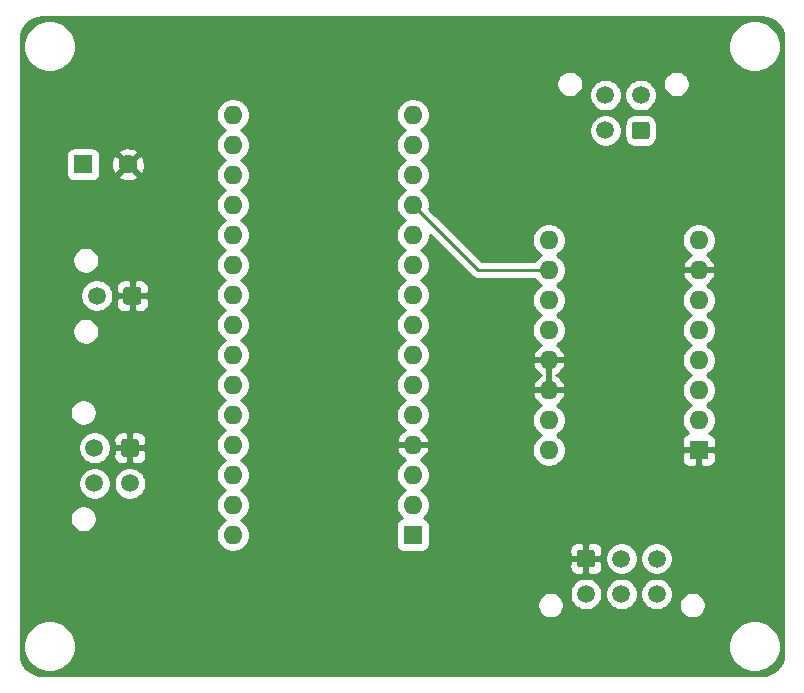
<source format=gbl>
G04 #@! TF.GenerationSoftware,KiCad,Pcbnew,(5.1.5)-3*
G04 #@! TF.CreationDate,2021-04-09T09:54:44-05:00*
G04 #@! TF.ProjectId,turner_pcb,7475726e-6572-45f7-9063-622e6b696361,rev?*
G04 #@! TF.SameCoordinates,Original*
G04 #@! TF.FileFunction,Copper,L2,Bot*
G04 #@! TF.FilePolarity,Positive*
%FSLAX46Y46*%
G04 Gerber Fmt 4.6, Leading zero omitted, Abs format (unit mm)*
G04 Created by KiCad (PCBNEW (5.1.5)-3) date 2021-04-09 09:54:44*
%MOMM*%
%LPD*%
G04 APERTURE LIST*
%ADD10C,1.600000*%
%ADD11R,1.600000X1.600000*%
%ADD12C,0.150000*%
%ADD13C,1.500000*%
%ADD14O,1.600000X1.600000*%
%ADD15C,0.250000*%
%ADD16C,0.254000*%
G04 APERTURE END LIST*
D10*
X54803200Y-35102800D03*
D11*
X51003200Y-35102800D03*
G04 #@! TA.AperFunction,ComponentPad*
D12*
G36*
X55490104Y-58357004D02*
G01*
X55514373Y-58360604D01*
X55538171Y-58366565D01*
X55561271Y-58374830D01*
X55583449Y-58385320D01*
X55604493Y-58397933D01*
X55624198Y-58412547D01*
X55642377Y-58429023D01*
X55658853Y-58447202D01*
X55673467Y-58466907D01*
X55686080Y-58487951D01*
X55696570Y-58510129D01*
X55704835Y-58533229D01*
X55710796Y-58557027D01*
X55714396Y-58581296D01*
X55715600Y-58605800D01*
X55715600Y-59605800D01*
X55714396Y-59630304D01*
X55710796Y-59654573D01*
X55704835Y-59678371D01*
X55696570Y-59701471D01*
X55686080Y-59723649D01*
X55673467Y-59744693D01*
X55658853Y-59764398D01*
X55642377Y-59782577D01*
X55624198Y-59799053D01*
X55604493Y-59813667D01*
X55583449Y-59826280D01*
X55561271Y-59836770D01*
X55538171Y-59845035D01*
X55514373Y-59850996D01*
X55490104Y-59854596D01*
X55465600Y-59855800D01*
X54465600Y-59855800D01*
X54441096Y-59854596D01*
X54416827Y-59850996D01*
X54393029Y-59845035D01*
X54369929Y-59836770D01*
X54347751Y-59826280D01*
X54326707Y-59813667D01*
X54307002Y-59799053D01*
X54288823Y-59782577D01*
X54272347Y-59764398D01*
X54257733Y-59744693D01*
X54245120Y-59723649D01*
X54234630Y-59701471D01*
X54226365Y-59678371D01*
X54220404Y-59654573D01*
X54216804Y-59630304D01*
X54215600Y-59605800D01*
X54215600Y-58605800D01*
X54216804Y-58581296D01*
X54220404Y-58557027D01*
X54226365Y-58533229D01*
X54234630Y-58510129D01*
X54245120Y-58487951D01*
X54257733Y-58466907D01*
X54272347Y-58447202D01*
X54288823Y-58429023D01*
X54307002Y-58412547D01*
X54326707Y-58397933D01*
X54347751Y-58385320D01*
X54369929Y-58374830D01*
X54393029Y-58366565D01*
X54416827Y-58360604D01*
X54441096Y-58357004D01*
X54465600Y-58355800D01*
X55465600Y-58355800D01*
X55490104Y-58357004D01*
G37*
G04 #@! TD.AperFunction*
D13*
X54965600Y-62105800D03*
X51965600Y-59105800D03*
X51965600Y-62105800D03*
D14*
X90424000Y-59283600D03*
X103124000Y-41503600D03*
X90424000Y-56743600D03*
X103124000Y-44043600D03*
X90424000Y-54203600D03*
X103124000Y-46583600D03*
X90424000Y-51663600D03*
X103124000Y-49123600D03*
X90424000Y-49123600D03*
X103124000Y-51663600D03*
X90424000Y-46583600D03*
X103124000Y-54203600D03*
X90424000Y-44043600D03*
X103124000Y-56743600D03*
X90424000Y-41503600D03*
D11*
X103124000Y-59283600D03*
X78917800Y-66471800D03*
D14*
X63677800Y-33451800D03*
X78917800Y-63931800D03*
X63677800Y-35991800D03*
X78917800Y-61391800D03*
X63677800Y-38531800D03*
X78917800Y-58851800D03*
X63677800Y-41071800D03*
X78917800Y-56311800D03*
X63677800Y-43611800D03*
X78917800Y-53771800D03*
X63677800Y-46151800D03*
X78917800Y-51231800D03*
X63677800Y-48691800D03*
X78917800Y-48691800D03*
X63677800Y-51231800D03*
X78917800Y-46151800D03*
X63677800Y-53771800D03*
X78917800Y-43611800D03*
X63677800Y-56311800D03*
X78917800Y-41071800D03*
X63677800Y-58851800D03*
X78917800Y-38531800D03*
X63677800Y-61391800D03*
X78917800Y-35991800D03*
X63677800Y-63931800D03*
X78917800Y-33451800D03*
X63677800Y-66471800D03*
X78917800Y-30911800D03*
X63677800Y-30911800D03*
G04 #@! TA.AperFunction,ComponentPad*
D12*
G36*
X94098104Y-67729604D02*
G01*
X94122373Y-67733204D01*
X94146171Y-67739165D01*
X94169271Y-67747430D01*
X94191449Y-67757920D01*
X94212493Y-67770533D01*
X94232198Y-67785147D01*
X94250377Y-67801623D01*
X94266853Y-67819802D01*
X94281467Y-67839507D01*
X94294080Y-67860551D01*
X94304570Y-67882729D01*
X94312835Y-67905829D01*
X94318796Y-67929627D01*
X94322396Y-67953896D01*
X94323600Y-67978400D01*
X94323600Y-68978400D01*
X94322396Y-69002904D01*
X94318796Y-69027173D01*
X94312835Y-69050971D01*
X94304570Y-69074071D01*
X94294080Y-69096249D01*
X94281467Y-69117293D01*
X94266853Y-69136998D01*
X94250377Y-69155177D01*
X94232198Y-69171653D01*
X94212493Y-69186267D01*
X94191449Y-69198880D01*
X94169271Y-69209370D01*
X94146171Y-69217635D01*
X94122373Y-69223596D01*
X94098104Y-69227196D01*
X94073600Y-69228400D01*
X93073600Y-69228400D01*
X93049096Y-69227196D01*
X93024827Y-69223596D01*
X93001029Y-69217635D01*
X92977929Y-69209370D01*
X92955751Y-69198880D01*
X92934707Y-69186267D01*
X92915002Y-69171653D01*
X92896823Y-69155177D01*
X92880347Y-69136998D01*
X92865733Y-69117293D01*
X92853120Y-69096249D01*
X92842630Y-69074071D01*
X92834365Y-69050971D01*
X92828404Y-69027173D01*
X92824804Y-69002904D01*
X92823600Y-68978400D01*
X92823600Y-67978400D01*
X92824804Y-67953896D01*
X92828404Y-67929627D01*
X92834365Y-67905829D01*
X92842630Y-67882729D01*
X92853120Y-67860551D01*
X92865733Y-67839507D01*
X92880347Y-67819802D01*
X92896823Y-67801623D01*
X92915002Y-67785147D01*
X92934707Y-67770533D01*
X92955751Y-67757920D01*
X92977929Y-67747430D01*
X93001029Y-67739165D01*
X93024827Y-67733204D01*
X93049096Y-67729604D01*
X93073600Y-67728400D01*
X94073600Y-67728400D01*
X94098104Y-67729604D01*
G37*
G04 #@! TD.AperFunction*
D13*
X96573600Y-68478400D03*
X99573600Y-68478400D03*
X93573600Y-71478400D03*
X96573600Y-71478400D03*
X99573600Y-71478400D03*
G04 #@! TA.AperFunction,ComponentPad*
D12*
G36*
X55693304Y-45479204D02*
G01*
X55717573Y-45482804D01*
X55741371Y-45488765D01*
X55764471Y-45497030D01*
X55786649Y-45507520D01*
X55807693Y-45520133D01*
X55827398Y-45534747D01*
X55845577Y-45551223D01*
X55862053Y-45569402D01*
X55876667Y-45589107D01*
X55889280Y-45610151D01*
X55899770Y-45632329D01*
X55908035Y-45655429D01*
X55913996Y-45679227D01*
X55917596Y-45703496D01*
X55918800Y-45728000D01*
X55918800Y-46728000D01*
X55917596Y-46752504D01*
X55913996Y-46776773D01*
X55908035Y-46800571D01*
X55899770Y-46823671D01*
X55889280Y-46845849D01*
X55876667Y-46866893D01*
X55862053Y-46886598D01*
X55845577Y-46904777D01*
X55827398Y-46921253D01*
X55807693Y-46935867D01*
X55786649Y-46948480D01*
X55764471Y-46958970D01*
X55741371Y-46967235D01*
X55717573Y-46973196D01*
X55693304Y-46976796D01*
X55668800Y-46978000D01*
X54668800Y-46978000D01*
X54644296Y-46976796D01*
X54620027Y-46973196D01*
X54596229Y-46967235D01*
X54573129Y-46958970D01*
X54550951Y-46948480D01*
X54529907Y-46935867D01*
X54510202Y-46921253D01*
X54492023Y-46904777D01*
X54475547Y-46886598D01*
X54460933Y-46866893D01*
X54448320Y-46845849D01*
X54437830Y-46823671D01*
X54429565Y-46800571D01*
X54423604Y-46776773D01*
X54420004Y-46752504D01*
X54418800Y-46728000D01*
X54418800Y-45728000D01*
X54420004Y-45703496D01*
X54423604Y-45679227D01*
X54429565Y-45655429D01*
X54437830Y-45632329D01*
X54448320Y-45610151D01*
X54460933Y-45589107D01*
X54475547Y-45569402D01*
X54492023Y-45551223D01*
X54510202Y-45534747D01*
X54529907Y-45520133D01*
X54550951Y-45507520D01*
X54573129Y-45497030D01*
X54596229Y-45488765D01*
X54620027Y-45482804D01*
X54644296Y-45479204D01*
X54668800Y-45478000D01*
X55668800Y-45478000D01*
X55693304Y-45479204D01*
G37*
G04 #@! TD.AperFunction*
D13*
X52168800Y-46228000D03*
X95221800Y-29232600D03*
X98221800Y-29232600D03*
X95221800Y-32232600D03*
G04 #@! TA.AperFunction,ComponentPad*
D12*
G36*
X98746304Y-31483804D02*
G01*
X98770573Y-31487404D01*
X98794371Y-31493365D01*
X98817471Y-31501630D01*
X98839649Y-31512120D01*
X98860693Y-31524733D01*
X98880398Y-31539347D01*
X98898577Y-31555823D01*
X98915053Y-31574002D01*
X98929667Y-31593707D01*
X98942280Y-31614751D01*
X98952770Y-31636929D01*
X98961035Y-31660029D01*
X98966996Y-31683827D01*
X98970596Y-31708096D01*
X98971800Y-31732600D01*
X98971800Y-32732600D01*
X98970596Y-32757104D01*
X98966996Y-32781373D01*
X98961035Y-32805171D01*
X98952770Y-32828271D01*
X98942280Y-32850449D01*
X98929667Y-32871493D01*
X98915053Y-32891198D01*
X98898577Y-32909377D01*
X98880398Y-32925853D01*
X98860693Y-32940467D01*
X98839649Y-32953080D01*
X98817471Y-32963570D01*
X98794371Y-32971835D01*
X98770573Y-32977796D01*
X98746304Y-32981396D01*
X98721800Y-32982600D01*
X97721800Y-32982600D01*
X97697296Y-32981396D01*
X97673027Y-32977796D01*
X97649229Y-32971835D01*
X97626129Y-32963570D01*
X97603951Y-32953080D01*
X97582907Y-32940467D01*
X97563202Y-32925853D01*
X97545023Y-32909377D01*
X97528547Y-32891198D01*
X97513933Y-32871493D01*
X97501320Y-32850449D01*
X97490830Y-32828271D01*
X97482565Y-32805171D01*
X97476604Y-32781373D01*
X97473004Y-32757104D01*
X97471800Y-32732600D01*
X97471800Y-31732600D01*
X97473004Y-31708096D01*
X97476604Y-31683827D01*
X97482565Y-31660029D01*
X97490830Y-31636929D01*
X97501320Y-31614751D01*
X97513933Y-31593707D01*
X97528547Y-31574002D01*
X97545023Y-31555823D01*
X97563202Y-31539347D01*
X97582907Y-31524733D01*
X97603951Y-31512120D01*
X97626129Y-31501630D01*
X97649229Y-31493365D01*
X97673027Y-31487404D01*
X97697296Y-31483804D01*
X97721800Y-31482600D01*
X98721800Y-31482600D01*
X98746304Y-31483804D01*
G37*
G04 #@! TD.AperFunction*
D15*
X84429600Y-44043600D02*
X78917800Y-38531800D01*
X90424000Y-44043600D02*
X84429600Y-44043600D01*
D16*
G36*
X108833305Y-22693033D02*
G01*
X109169887Y-22794653D01*
X109480319Y-22959712D01*
X109752777Y-23181923D01*
X109976888Y-23452827D01*
X110144110Y-23762096D01*
X110248078Y-24097960D01*
X110288399Y-24481591D01*
X110288398Y-76494262D01*
X110250566Y-76880107D01*
X110148946Y-77216687D01*
X109983884Y-77527121D01*
X109761672Y-77799580D01*
X109490771Y-78023688D01*
X109181498Y-78190912D01*
X108845637Y-78294878D01*
X108462017Y-78335198D01*
X47559356Y-78335200D01*
X47173491Y-78297366D01*
X46836911Y-78195746D01*
X46526477Y-78030684D01*
X46254018Y-77808472D01*
X46029910Y-77537571D01*
X45862686Y-77228298D01*
X45758720Y-76892437D01*
X45718400Y-76508817D01*
X45718400Y-75678041D01*
X45953567Y-75678041D01*
X45953567Y-76112355D01*
X46038298Y-76538324D01*
X46204502Y-76939577D01*
X46445794Y-77300696D01*
X46752901Y-77607803D01*
X47114020Y-77849095D01*
X47515273Y-78015299D01*
X47941242Y-78100030D01*
X48375556Y-78100030D01*
X48801525Y-78015299D01*
X49202778Y-77849095D01*
X49563897Y-77607803D01*
X49871004Y-77300696D01*
X50112296Y-76939577D01*
X50278500Y-76538324D01*
X50363231Y-76112355D01*
X50363231Y-75678041D01*
X105643567Y-75678041D01*
X105643567Y-76112355D01*
X105728298Y-76538324D01*
X105894502Y-76939577D01*
X106135794Y-77300696D01*
X106442901Y-77607803D01*
X106804020Y-77849095D01*
X107205273Y-78015299D01*
X107631242Y-78100030D01*
X108065556Y-78100030D01*
X108491525Y-78015299D01*
X108892778Y-77849095D01*
X109253897Y-77607803D01*
X109561004Y-77300696D01*
X109802296Y-76939577D01*
X109968500Y-76538324D01*
X110053231Y-76112355D01*
X110053231Y-75678041D01*
X109968500Y-75252072D01*
X109802296Y-74850819D01*
X109561004Y-74489700D01*
X109253897Y-74182593D01*
X108892778Y-73941301D01*
X108491525Y-73775097D01*
X108065556Y-73690366D01*
X107631242Y-73690366D01*
X107205273Y-73775097D01*
X106804020Y-73941301D01*
X106442901Y-74182593D01*
X106135794Y-74489700D01*
X105894502Y-74850819D01*
X105728298Y-75252072D01*
X105643567Y-75678041D01*
X50363231Y-75678041D01*
X50278500Y-75252072D01*
X50112296Y-74850819D01*
X49871004Y-74489700D01*
X49563897Y-74182593D01*
X49202778Y-73941301D01*
X48801525Y-73775097D01*
X48375556Y-73690366D01*
X47941242Y-73690366D01*
X47515273Y-73775097D01*
X47114020Y-73941301D01*
X46752901Y-74182593D01*
X46445794Y-74489700D01*
X46204502Y-74850819D01*
X46038298Y-75252072D01*
X45953567Y-75678041D01*
X45718400Y-75678041D01*
X45718400Y-72306612D01*
X89438600Y-72306612D01*
X89438600Y-72530188D01*
X89482217Y-72749467D01*
X89567776Y-72956024D01*
X89691988Y-73141920D01*
X89850080Y-73300012D01*
X90035976Y-73424224D01*
X90242533Y-73509783D01*
X90461812Y-73553400D01*
X90685388Y-73553400D01*
X90904667Y-73509783D01*
X91111224Y-73424224D01*
X91297120Y-73300012D01*
X91455212Y-73141920D01*
X91579424Y-72956024D01*
X91664983Y-72749467D01*
X91708600Y-72530188D01*
X91708600Y-72306612D01*
X91664983Y-72087333D01*
X91579424Y-71880776D01*
X91455212Y-71694880D01*
X91297120Y-71536788D01*
X91111224Y-71412576D01*
X90940813Y-71341989D01*
X92188600Y-71341989D01*
X92188600Y-71614811D01*
X92241825Y-71882389D01*
X92346229Y-72134443D01*
X92497801Y-72361286D01*
X92690714Y-72554199D01*
X92917557Y-72705771D01*
X93169611Y-72810175D01*
X93437189Y-72863400D01*
X93710011Y-72863400D01*
X93977589Y-72810175D01*
X94229643Y-72705771D01*
X94456486Y-72554199D01*
X94649399Y-72361286D01*
X94800971Y-72134443D01*
X94905375Y-71882389D01*
X94958600Y-71614811D01*
X94958600Y-71341989D01*
X95188600Y-71341989D01*
X95188600Y-71614811D01*
X95241825Y-71882389D01*
X95346229Y-72134443D01*
X95497801Y-72361286D01*
X95690714Y-72554199D01*
X95917557Y-72705771D01*
X96169611Y-72810175D01*
X96437189Y-72863400D01*
X96710011Y-72863400D01*
X96977589Y-72810175D01*
X97229643Y-72705771D01*
X97456486Y-72554199D01*
X97649399Y-72361286D01*
X97800971Y-72134443D01*
X97905375Y-71882389D01*
X97958600Y-71614811D01*
X97958600Y-71341989D01*
X98188600Y-71341989D01*
X98188600Y-71614811D01*
X98241825Y-71882389D01*
X98346229Y-72134443D01*
X98497801Y-72361286D01*
X98690714Y-72554199D01*
X98917557Y-72705771D01*
X99169611Y-72810175D01*
X99437189Y-72863400D01*
X99710011Y-72863400D01*
X99977589Y-72810175D01*
X100229643Y-72705771D01*
X100456486Y-72554199D01*
X100649399Y-72361286D01*
X100685931Y-72306612D01*
X101438600Y-72306612D01*
X101438600Y-72530188D01*
X101482217Y-72749467D01*
X101567776Y-72956024D01*
X101691988Y-73141920D01*
X101850080Y-73300012D01*
X102035976Y-73424224D01*
X102242533Y-73509783D01*
X102461812Y-73553400D01*
X102685388Y-73553400D01*
X102904667Y-73509783D01*
X103111224Y-73424224D01*
X103297120Y-73300012D01*
X103455212Y-73141920D01*
X103579424Y-72956024D01*
X103664983Y-72749467D01*
X103708600Y-72530188D01*
X103708600Y-72306612D01*
X103664983Y-72087333D01*
X103579424Y-71880776D01*
X103455212Y-71694880D01*
X103297120Y-71536788D01*
X103111224Y-71412576D01*
X102904667Y-71327017D01*
X102685388Y-71283400D01*
X102461812Y-71283400D01*
X102242533Y-71327017D01*
X102035976Y-71412576D01*
X101850080Y-71536788D01*
X101691988Y-71694880D01*
X101567776Y-71880776D01*
X101482217Y-72087333D01*
X101438600Y-72306612D01*
X100685931Y-72306612D01*
X100800971Y-72134443D01*
X100905375Y-71882389D01*
X100958600Y-71614811D01*
X100958600Y-71341989D01*
X100905375Y-71074411D01*
X100800971Y-70822357D01*
X100649399Y-70595514D01*
X100456486Y-70402601D01*
X100229643Y-70251029D01*
X99977589Y-70146625D01*
X99710011Y-70093400D01*
X99437189Y-70093400D01*
X99169611Y-70146625D01*
X98917557Y-70251029D01*
X98690714Y-70402601D01*
X98497801Y-70595514D01*
X98346229Y-70822357D01*
X98241825Y-71074411D01*
X98188600Y-71341989D01*
X97958600Y-71341989D01*
X97905375Y-71074411D01*
X97800971Y-70822357D01*
X97649399Y-70595514D01*
X97456486Y-70402601D01*
X97229643Y-70251029D01*
X96977589Y-70146625D01*
X96710011Y-70093400D01*
X96437189Y-70093400D01*
X96169611Y-70146625D01*
X95917557Y-70251029D01*
X95690714Y-70402601D01*
X95497801Y-70595514D01*
X95346229Y-70822357D01*
X95241825Y-71074411D01*
X95188600Y-71341989D01*
X94958600Y-71341989D01*
X94905375Y-71074411D01*
X94800971Y-70822357D01*
X94649399Y-70595514D01*
X94456486Y-70402601D01*
X94229643Y-70251029D01*
X93977589Y-70146625D01*
X93710011Y-70093400D01*
X93437189Y-70093400D01*
X93169611Y-70146625D01*
X92917557Y-70251029D01*
X92690714Y-70402601D01*
X92497801Y-70595514D01*
X92346229Y-70822357D01*
X92241825Y-71074411D01*
X92188600Y-71341989D01*
X90940813Y-71341989D01*
X90904667Y-71327017D01*
X90685388Y-71283400D01*
X90461812Y-71283400D01*
X90242533Y-71327017D01*
X90035976Y-71412576D01*
X89850080Y-71536788D01*
X89691988Y-71694880D01*
X89567776Y-71880776D01*
X89482217Y-72087333D01*
X89438600Y-72306612D01*
X45718400Y-72306612D01*
X45718400Y-69228400D01*
X92185528Y-69228400D01*
X92197788Y-69352882D01*
X92234098Y-69472580D01*
X92293063Y-69582894D01*
X92372415Y-69679585D01*
X92469106Y-69758937D01*
X92579420Y-69817902D01*
X92699118Y-69854212D01*
X92823600Y-69866472D01*
X93287850Y-69863400D01*
X93446600Y-69704650D01*
X93446600Y-68605400D01*
X93700600Y-68605400D01*
X93700600Y-69704650D01*
X93859350Y-69863400D01*
X94323600Y-69866472D01*
X94448082Y-69854212D01*
X94567780Y-69817902D01*
X94678094Y-69758937D01*
X94774785Y-69679585D01*
X94854137Y-69582894D01*
X94913102Y-69472580D01*
X94949412Y-69352882D01*
X94961672Y-69228400D01*
X94958600Y-68764150D01*
X94799850Y-68605400D01*
X93700600Y-68605400D01*
X93446600Y-68605400D01*
X92347350Y-68605400D01*
X92188600Y-68764150D01*
X92185528Y-69228400D01*
X45718400Y-69228400D01*
X45718400Y-64994012D01*
X49890600Y-64994012D01*
X49890600Y-65217588D01*
X49934217Y-65436867D01*
X50019776Y-65643424D01*
X50143988Y-65829320D01*
X50302080Y-65987412D01*
X50487976Y-66111624D01*
X50694533Y-66197183D01*
X50913812Y-66240800D01*
X51137388Y-66240800D01*
X51356667Y-66197183D01*
X51563224Y-66111624D01*
X51749120Y-65987412D01*
X51907212Y-65829320D01*
X52031424Y-65643424D01*
X52116983Y-65436867D01*
X52160600Y-65217588D01*
X52160600Y-64994012D01*
X52116983Y-64774733D01*
X52031424Y-64568176D01*
X51907212Y-64382280D01*
X51749120Y-64224188D01*
X51563224Y-64099976D01*
X51356667Y-64014417D01*
X51137388Y-63970800D01*
X50913812Y-63970800D01*
X50694533Y-64014417D01*
X50487976Y-64099976D01*
X50302080Y-64224188D01*
X50143988Y-64382280D01*
X50019776Y-64568176D01*
X49934217Y-64774733D01*
X49890600Y-64994012D01*
X45718400Y-64994012D01*
X45718400Y-61969389D01*
X50580600Y-61969389D01*
X50580600Y-62242211D01*
X50633825Y-62509789D01*
X50738229Y-62761843D01*
X50889801Y-62988686D01*
X51082714Y-63181599D01*
X51309557Y-63333171D01*
X51561611Y-63437575D01*
X51829189Y-63490800D01*
X52102011Y-63490800D01*
X52369589Y-63437575D01*
X52621643Y-63333171D01*
X52848486Y-63181599D01*
X53041399Y-62988686D01*
X53192971Y-62761843D01*
X53297375Y-62509789D01*
X53350600Y-62242211D01*
X53350600Y-61969389D01*
X53580600Y-61969389D01*
X53580600Y-62242211D01*
X53633825Y-62509789D01*
X53738229Y-62761843D01*
X53889801Y-62988686D01*
X54082714Y-63181599D01*
X54309557Y-63333171D01*
X54561611Y-63437575D01*
X54829189Y-63490800D01*
X55102011Y-63490800D01*
X55369589Y-63437575D01*
X55621643Y-63333171D01*
X55848486Y-63181599D01*
X56041399Y-62988686D01*
X56192971Y-62761843D01*
X56297375Y-62509789D01*
X56350600Y-62242211D01*
X56350600Y-61969389D01*
X56297375Y-61701811D01*
X56192971Y-61449757D01*
X56041399Y-61222914D01*
X55848486Y-61030001D01*
X55621643Y-60878429D01*
X55369589Y-60774025D01*
X55102011Y-60720800D01*
X54829189Y-60720800D01*
X54561611Y-60774025D01*
X54309557Y-60878429D01*
X54082714Y-61030001D01*
X53889801Y-61222914D01*
X53738229Y-61449757D01*
X53633825Y-61701811D01*
X53580600Y-61969389D01*
X53350600Y-61969389D01*
X53297375Y-61701811D01*
X53192971Y-61449757D01*
X53041399Y-61222914D01*
X52848486Y-61030001D01*
X52621643Y-60878429D01*
X52369589Y-60774025D01*
X52102011Y-60720800D01*
X51829189Y-60720800D01*
X51561611Y-60774025D01*
X51309557Y-60878429D01*
X51082714Y-61030001D01*
X50889801Y-61222914D01*
X50738229Y-61449757D01*
X50633825Y-61701811D01*
X50580600Y-61969389D01*
X45718400Y-61969389D01*
X45718400Y-58969389D01*
X50580600Y-58969389D01*
X50580600Y-59242211D01*
X50633825Y-59509789D01*
X50738229Y-59761843D01*
X50889801Y-59988686D01*
X51082714Y-60181599D01*
X51309557Y-60333171D01*
X51561611Y-60437575D01*
X51829189Y-60490800D01*
X52102011Y-60490800D01*
X52369589Y-60437575D01*
X52621643Y-60333171D01*
X52848486Y-60181599D01*
X53041399Y-59988686D01*
X53130190Y-59855800D01*
X53577528Y-59855800D01*
X53589788Y-59980282D01*
X53626098Y-60099980D01*
X53685063Y-60210294D01*
X53764415Y-60306985D01*
X53861106Y-60386337D01*
X53971420Y-60445302D01*
X54091118Y-60481612D01*
X54215600Y-60493872D01*
X54679850Y-60490800D01*
X54838600Y-60332050D01*
X54838600Y-59232800D01*
X55092600Y-59232800D01*
X55092600Y-60332050D01*
X55251350Y-60490800D01*
X55715600Y-60493872D01*
X55840082Y-60481612D01*
X55959780Y-60445302D01*
X56070094Y-60386337D01*
X56166785Y-60306985D01*
X56246137Y-60210294D01*
X56305102Y-60099980D01*
X56341412Y-59980282D01*
X56353672Y-59855800D01*
X56350600Y-59391550D01*
X56191850Y-59232800D01*
X55092600Y-59232800D01*
X54838600Y-59232800D01*
X53739350Y-59232800D01*
X53580600Y-59391550D01*
X53577528Y-59855800D01*
X53130190Y-59855800D01*
X53192971Y-59761843D01*
X53297375Y-59509789D01*
X53350600Y-59242211D01*
X53350600Y-58969389D01*
X53297375Y-58701811D01*
X53192971Y-58449757D01*
X53130191Y-58355800D01*
X53577528Y-58355800D01*
X53580600Y-58820050D01*
X53739350Y-58978800D01*
X54838600Y-58978800D01*
X54838600Y-57879550D01*
X55092600Y-57879550D01*
X55092600Y-58978800D01*
X56191850Y-58978800D01*
X56350600Y-58820050D01*
X56353672Y-58355800D01*
X56341412Y-58231318D01*
X56305102Y-58111620D01*
X56246137Y-58001306D01*
X56166785Y-57904615D01*
X56070094Y-57825263D01*
X55959780Y-57766298D01*
X55840082Y-57729988D01*
X55715600Y-57717728D01*
X55251350Y-57720800D01*
X55092600Y-57879550D01*
X54838600Y-57879550D01*
X54679850Y-57720800D01*
X54215600Y-57717728D01*
X54091118Y-57729988D01*
X53971420Y-57766298D01*
X53861106Y-57825263D01*
X53764415Y-57904615D01*
X53685063Y-58001306D01*
X53626098Y-58111620D01*
X53589788Y-58231318D01*
X53577528Y-58355800D01*
X53130191Y-58355800D01*
X53041399Y-58222914D01*
X52848486Y-58030001D01*
X52621643Y-57878429D01*
X52369589Y-57774025D01*
X52102011Y-57720800D01*
X51829189Y-57720800D01*
X51561611Y-57774025D01*
X51309557Y-57878429D01*
X51082714Y-58030001D01*
X50889801Y-58222914D01*
X50738229Y-58449757D01*
X50633825Y-58701811D01*
X50580600Y-58969389D01*
X45718400Y-58969389D01*
X45718400Y-55994012D01*
X49890600Y-55994012D01*
X49890600Y-56217588D01*
X49934217Y-56436867D01*
X50019776Y-56643424D01*
X50143988Y-56829320D01*
X50302080Y-56987412D01*
X50487976Y-57111624D01*
X50694533Y-57197183D01*
X50913812Y-57240800D01*
X51137388Y-57240800D01*
X51356667Y-57197183D01*
X51563224Y-57111624D01*
X51749120Y-56987412D01*
X51907212Y-56829320D01*
X52031424Y-56643424D01*
X52116983Y-56436867D01*
X52160600Y-56217588D01*
X52160600Y-55994012D01*
X52116983Y-55774733D01*
X52031424Y-55568176D01*
X51907212Y-55382280D01*
X51749120Y-55224188D01*
X51563224Y-55099976D01*
X51356667Y-55014417D01*
X51137388Y-54970800D01*
X50913812Y-54970800D01*
X50694533Y-55014417D01*
X50487976Y-55099976D01*
X50302080Y-55224188D01*
X50143988Y-55382280D01*
X50019776Y-55568176D01*
X49934217Y-55774733D01*
X49890600Y-55994012D01*
X45718400Y-55994012D01*
X45718400Y-49116212D01*
X50093800Y-49116212D01*
X50093800Y-49339788D01*
X50137417Y-49559067D01*
X50222976Y-49765624D01*
X50347188Y-49951520D01*
X50505280Y-50109612D01*
X50691176Y-50233824D01*
X50897733Y-50319383D01*
X51117012Y-50363000D01*
X51340588Y-50363000D01*
X51559867Y-50319383D01*
X51766424Y-50233824D01*
X51952320Y-50109612D01*
X52110412Y-49951520D01*
X52234624Y-49765624D01*
X52320183Y-49559067D01*
X52363800Y-49339788D01*
X52363800Y-49116212D01*
X52320183Y-48896933D01*
X52234624Y-48690376D01*
X52110412Y-48504480D01*
X51952320Y-48346388D01*
X51766424Y-48222176D01*
X51559867Y-48136617D01*
X51340588Y-48093000D01*
X51117012Y-48093000D01*
X50897733Y-48136617D01*
X50691176Y-48222176D01*
X50505280Y-48346388D01*
X50347188Y-48504480D01*
X50222976Y-48690376D01*
X50137417Y-48896933D01*
X50093800Y-49116212D01*
X45718400Y-49116212D01*
X45718400Y-46091589D01*
X50783800Y-46091589D01*
X50783800Y-46364411D01*
X50837025Y-46631989D01*
X50941429Y-46884043D01*
X51093001Y-47110886D01*
X51285914Y-47303799D01*
X51512757Y-47455371D01*
X51764811Y-47559775D01*
X52032389Y-47613000D01*
X52305211Y-47613000D01*
X52572789Y-47559775D01*
X52824843Y-47455371D01*
X53051686Y-47303799D01*
X53244599Y-47110886D01*
X53333390Y-46978000D01*
X53780728Y-46978000D01*
X53792988Y-47102482D01*
X53829298Y-47222180D01*
X53888263Y-47332494D01*
X53967615Y-47429185D01*
X54064306Y-47508537D01*
X54174620Y-47567502D01*
X54294318Y-47603812D01*
X54418800Y-47616072D01*
X54883050Y-47613000D01*
X55041800Y-47454250D01*
X55041800Y-46355000D01*
X55295800Y-46355000D01*
X55295800Y-47454250D01*
X55454550Y-47613000D01*
X55918800Y-47616072D01*
X56043282Y-47603812D01*
X56162980Y-47567502D01*
X56273294Y-47508537D01*
X56369985Y-47429185D01*
X56449337Y-47332494D01*
X56508302Y-47222180D01*
X56544612Y-47102482D01*
X56556872Y-46978000D01*
X56553800Y-46513750D01*
X56395050Y-46355000D01*
X55295800Y-46355000D01*
X55041800Y-46355000D01*
X53942550Y-46355000D01*
X53783800Y-46513750D01*
X53780728Y-46978000D01*
X53333390Y-46978000D01*
X53396171Y-46884043D01*
X53500575Y-46631989D01*
X53553800Y-46364411D01*
X53553800Y-46091589D01*
X53500575Y-45824011D01*
X53396171Y-45571957D01*
X53333391Y-45478000D01*
X53780728Y-45478000D01*
X53783800Y-45942250D01*
X53942550Y-46101000D01*
X55041800Y-46101000D01*
X55041800Y-45001750D01*
X55295800Y-45001750D01*
X55295800Y-46101000D01*
X56395050Y-46101000D01*
X56553800Y-45942250D01*
X56556872Y-45478000D01*
X56544612Y-45353518D01*
X56508302Y-45233820D01*
X56449337Y-45123506D01*
X56369985Y-45026815D01*
X56273294Y-44947463D01*
X56162980Y-44888498D01*
X56043282Y-44852188D01*
X55918800Y-44839928D01*
X55454550Y-44843000D01*
X55295800Y-45001750D01*
X55041800Y-45001750D01*
X54883050Y-44843000D01*
X54418800Y-44839928D01*
X54294318Y-44852188D01*
X54174620Y-44888498D01*
X54064306Y-44947463D01*
X53967615Y-45026815D01*
X53888263Y-45123506D01*
X53829298Y-45233820D01*
X53792988Y-45353518D01*
X53780728Y-45478000D01*
X53333391Y-45478000D01*
X53244599Y-45345114D01*
X53051686Y-45152201D01*
X52824843Y-45000629D01*
X52572789Y-44896225D01*
X52305211Y-44843000D01*
X52032389Y-44843000D01*
X51764811Y-44896225D01*
X51512757Y-45000629D01*
X51285914Y-45152201D01*
X51093001Y-45345114D01*
X50941429Y-45571957D01*
X50837025Y-45824011D01*
X50783800Y-46091589D01*
X45718400Y-46091589D01*
X45718400Y-43116212D01*
X50093800Y-43116212D01*
X50093800Y-43339788D01*
X50137417Y-43559067D01*
X50222976Y-43765624D01*
X50347188Y-43951520D01*
X50505280Y-44109612D01*
X50691176Y-44233824D01*
X50897733Y-44319383D01*
X51117012Y-44363000D01*
X51340588Y-44363000D01*
X51559867Y-44319383D01*
X51766424Y-44233824D01*
X51952320Y-44109612D01*
X52110412Y-43951520D01*
X52234624Y-43765624D01*
X52320183Y-43559067D01*
X52363800Y-43339788D01*
X52363800Y-43116212D01*
X52320183Y-42896933D01*
X52234624Y-42690376D01*
X52110412Y-42504480D01*
X51952320Y-42346388D01*
X51766424Y-42222176D01*
X51559867Y-42136617D01*
X51340588Y-42093000D01*
X51117012Y-42093000D01*
X50897733Y-42136617D01*
X50691176Y-42222176D01*
X50505280Y-42346388D01*
X50347188Y-42504480D01*
X50222976Y-42690376D01*
X50137417Y-42896933D01*
X50093800Y-43116212D01*
X45718400Y-43116212D01*
X45718400Y-34302800D01*
X49565128Y-34302800D01*
X49565128Y-35902800D01*
X49577388Y-36027282D01*
X49613698Y-36146980D01*
X49672663Y-36257294D01*
X49752015Y-36353985D01*
X49848706Y-36433337D01*
X49959020Y-36492302D01*
X50078718Y-36528612D01*
X50203200Y-36540872D01*
X51803200Y-36540872D01*
X51927682Y-36528612D01*
X52047380Y-36492302D01*
X52157694Y-36433337D01*
X52254385Y-36353985D01*
X52333737Y-36257294D01*
X52392702Y-36146980D01*
X52408317Y-36095502D01*
X53990103Y-36095502D01*
X54061686Y-36339471D01*
X54317196Y-36460371D01*
X54591384Y-36529100D01*
X54873712Y-36543017D01*
X55153330Y-36501587D01*
X55419492Y-36406403D01*
X55544714Y-36339471D01*
X55616297Y-36095502D01*
X54803200Y-35282405D01*
X53990103Y-36095502D01*
X52408317Y-36095502D01*
X52429012Y-36027282D01*
X52441272Y-35902800D01*
X52441272Y-35173312D01*
X53362983Y-35173312D01*
X53404413Y-35452930D01*
X53499597Y-35719092D01*
X53566529Y-35844314D01*
X53810498Y-35915897D01*
X54623595Y-35102800D01*
X54982805Y-35102800D01*
X55795902Y-35915897D01*
X56039871Y-35844314D01*
X56160771Y-35588804D01*
X56229500Y-35314616D01*
X56243417Y-35032288D01*
X56201987Y-34752670D01*
X56106803Y-34486508D01*
X56039871Y-34361286D01*
X55795902Y-34289703D01*
X54982805Y-35102800D01*
X54623595Y-35102800D01*
X53810498Y-34289703D01*
X53566529Y-34361286D01*
X53445629Y-34616796D01*
X53376900Y-34890984D01*
X53362983Y-35173312D01*
X52441272Y-35173312D01*
X52441272Y-34302800D01*
X52429012Y-34178318D01*
X52408318Y-34110098D01*
X53990103Y-34110098D01*
X54803200Y-34923195D01*
X55616297Y-34110098D01*
X55544714Y-33866129D01*
X55289204Y-33745229D01*
X55015016Y-33676500D01*
X54732688Y-33662583D01*
X54453070Y-33704013D01*
X54186908Y-33799197D01*
X54061686Y-33866129D01*
X53990103Y-34110098D01*
X52408318Y-34110098D01*
X52392702Y-34058620D01*
X52333737Y-33948306D01*
X52254385Y-33851615D01*
X52157694Y-33772263D01*
X52047380Y-33713298D01*
X51927682Y-33676988D01*
X51803200Y-33664728D01*
X50203200Y-33664728D01*
X50078718Y-33676988D01*
X49959020Y-33713298D01*
X49848706Y-33772263D01*
X49752015Y-33851615D01*
X49672663Y-33948306D01*
X49613698Y-34058620D01*
X49577388Y-34178318D01*
X49565128Y-34302800D01*
X45718400Y-34302800D01*
X45718400Y-30770465D01*
X62242800Y-30770465D01*
X62242800Y-31053135D01*
X62297947Y-31330374D01*
X62406120Y-31591527D01*
X62563163Y-31826559D01*
X62763041Y-32026437D01*
X62995559Y-32181800D01*
X62763041Y-32337163D01*
X62563163Y-32537041D01*
X62406120Y-32772073D01*
X62297947Y-33033226D01*
X62242800Y-33310465D01*
X62242800Y-33593135D01*
X62297947Y-33870374D01*
X62406120Y-34131527D01*
X62563163Y-34366559D01*
X62763041Y-34566437D01*
X62995559Y-34721800D01*
X62763041Y-34877163D01*
X62563163Y-35077041D01*
X62406120Y-35312073D01*
X62297947Y-35573226D01*
X62242800Y-35850465D01*
X62242800Y-36133135D01*
X62297947Y-36410374D01*
X62406120Y-36671527D01*
X62563163Y-36906559D01*
X62763041Y-37106437D01*
X62995559Y-37261800D01*
X62763041Y-37417163D01*
X62563163Y-37617041D01*
X62406120Y-37852073D01*
X62297947Y-38113226D01*
X62242800Y-38390465D01*
X62242800Y-38673135D01*
X62297947Y-38950374D01*
X62406120Y-39211527D01*
X62563163Y-39446559D01*
X62763041Y-39646437D01*
X62995559Y-39801800D01*
X62763041Y-39957163D01*
X62563163Y-40157041D01*
X62406120Y-40392073D01*
X62297947Y-40653226D01*
X62242800Y-40930465D01*
X62242800Y-41213135D01*
X62297947Y-41490374D01*
X62406120Y-41751527D01*
X62563163Y-41986559D01*
X62763041Y-42186437D01*
X62995559Y-42341800D01*
X62763041Y-42497163D01*
X62563163Y-42697041D01*
X62406120Y-42932073D01*
X62297947Y-43193226D01*
X62242800Y-43470465D01*
X62242800Y-43753135D01*
X62297947Y-44030374D01*
X62406120Y-44291527D01*
X62563163Y-44526559D01*
X62763041Y-44726437D01*
X62995559Y-44881800D01*
X62763041Y-45037163D01*
X62563163Y-45237041D01*
X62406120Y-45472073D01*
X62297947Y-45733226D01*
X62242800Y-46010465D01*
X62242800Y-46293135D01*
X62297947Y-46570374D01*
X62406120Y-46831527D01*
X62563163Y-47066559D01*
X62763041Y-47266437D01*
X62995559Y-47421800D01*
X62763041Y-47577163D01*
X62563163Y-47777041D01*
X62406120Y-48012073D01*
X62297947Y-48273226D01*
X62242800Y-48550465D01*
X62242800Y-48833135D01*
X62297947Y-49110374D01*
X62406120Y-49371527D01*
X62563163Y-49606559D01*
X62763041Y-49806437D01*
X62995559Y-49961800D01*
X62763041Y-50117163D01*
X62563163Y-50317041D01*
X62406120Y-50552073D01*
X62297947Y-50813226D01*
X62242800Y-51090465D01*
X62242800Y-51373135D01*
X62297947Y-51650374D01*
X62406120Y-51911527D01*
X62563163Y-52146559D01*
X62763041Y-52346437D01*
X62995559Y-52501800D01*
X62763041Y-52657163D01*
X62563163Y-52857041D01*
X62406120Y-53092073D01*
X62297947Y-53353226D01*
X62242800Y-53630465D01*
X62242800Y-53913135D01*
X62297947Y-54190374D01*
X62406120Y-54451527D01*
X62563163Y-54686559D01*
X62763041Y-54886437D01*
X62995559Y-55041800D01*
X62763041Y-55197163D01*
X62563163Y-55397041D01*
X62406120Y-55632073D01*
X62297947Y-55893226D01*
X62242800Y-56170465D01*
X62242800Y-56453135D01*
X62297947Y-56730374D01*
X62406120Y-56991527D01*
X62563163Y-57226559D01*
X62763041Y-57426437D01*
X62995559Y-57581800D01*
X62763041Y-57737163D01*
X62563163Y-57937041D01*
X62406120Y-58172073D01*
X62297947Y-58433226D01*
X62242800Y-58710465D01*
X62242800Y-58993135D01*
X62297947Y-59270374D01*
X62406120Y-59531527D01*
X62563163Y-59766559D01*
X62763041Y-59966437D01*
X62995559Y-60121800D01*
X62763041Y-60277163D01*
X62563163Y-60477041D01*
X62406120Y-60712073D01*
X62297947Y-60973226D01*
X62242800Y-61250465D01*
X62242800Y-61533135D01*
X62297947Y-61810374D01*
X62406120Y-62071527D01*
X62563163Y-62306559D01*
X62763041Y-62506437D01*
X62995559Y-62661800D01*
X62763041Y-62817163D01*
X62563163Y-63017041D01*
X62406120Y-63252073D01*
X62297947Y-63513226D01*
X62242800Y-63790465D01*
X62242800Y-64073135D01*
X62297947Y-64350374D01*
X62406120Y-64611527D01*
X62563163Y-64846559D01*
X62763041Y-65046437D01*
X62995559Y-65201800D01*
X62763041Y-65357163D01*
X62563163Y-65557041D01*
X62406120Y-65792073D01*
X62297947Y-66053226D01*
X62242800Y-66330465D01*
X62242800Y-66613135D01*
X62297947Y-66890374D01*
X62406120Y-67151527D01*
X62563163Y-67386559D01*
X62763041Y-67586437D01*
X62998073Y-67743480D01*
X63259226Y-67851653D01*
X63536465Y-67906800D01*
X63819135Y-67906800D01*
X64096374Y-67851653D01*
X64357527Y-67743480D01*
X64592559Y-67586437D01*
X64792437Y-67386559D01*
X64949480Y-67151527D01*
X65057653Y-66890374D01*
X65112800Y-66613135D01*
X65112800Y-66330465D01*
X65057653Y-66053226D01*
X64949480Y-65792073D01*
X64869117Y-65671800D01*
X77479728Y-65671800D01*
X77479728Y-67271800D01*
X77491988Y-67396282D01*
X77528298Y-67515980D01*
X77587263Y-67626294D01*
X77666615Y-67722985D01*
X77763306Y-67802337D01*
X77873620Y-67861302D01*
X77993318Y-67897612D01*
X78117800Y-67909872D01*
X79717800Y-67909872D01*
X79842282Y-67897612D01*
X79961980Y-67861302D01*
X80072294Y-67802337D01*
X80162386Y-67728400D01*
X92185528Y-67728400D01*
X92188600Y-68192650D01*
X92347350Y-68351400D01*
X93446600Y-68351400D01*
X93446600Y-67252150D01*
X93700600Y-67252150D01*
X93700600Y-68351400D01*
X94799850Y-68351400D01*
X94809261Y-68341989D01*
X95188600Y-68341989D01*
X95188600Y-68614811D01*
X95241825Y-68882389D01*
X95346229Y-69134443D01*
X95497801Y-69361286D01*
X95690714Y-69554199D01*
X95917557Y-69705771D01*
X96169611Y-69810175D01*
X96437189Y-69863400D01*
X96710011Y-69863400D01*
X96977589Y-69810175D01*
X97229643Y-69705771D01*
X97456486Y-69554199D01*
X97649399Y-69361286D01*
X97800971Y-69134443D01*
X97905375Y-68882389D01*
X97958600Y-68614811D01*
X97958600Y-68341989D01*
X98188600Y-68341989D01*
X98188600Y-68614811D01*
X98241825Y-68882389D01*
X98346229Y-69134443D01*
X98497801Y-69361286D01*
X98690714Y-69554199D01*
X98917557Y-69705771D01*
X99169611Y-69810175D01*
X99437189Y-69863400D01*
X99710011Y-69863400D01*
X99977589Y-69810175D01*
X100229643Y-69705771D01*
X100456486Y-69554199D01*
X100649399Y-69361286D01*
X100800971Y-69134443D01*
X100905375Y-68882389D01*
X100958600Y-68614811D01*
X100958600Y-68341989D01*
X100905375Y-68074411D01*
X100800971Y-67822357D01*
X100649399Y-67595514D01*
X100456486Y-67402601D01*
X100229643Y-67251029D01*
X99977589Y-67146625D01*
X99710011Y-67093400D01*
X99437189Y-67093400D01*
X99169611Y-67146625D01*
X98917557Y-67251029D01*
X98690714Y-67402601D01*
X98497801Y-67595514D01*
X98346229Y-67822357D01*
X98241825Y-68074411D01*
X98188600Y-68341989D01*
X97958600Y-68341989D01*
X97905375Y-68074411D01*
X97800971Y-67822357D01*
X97649399Y-67595514D01*
X97456486Y-67402601D01*
X97229643Y-67251029D01*
X96977589Y-67146625D01*
X96710011Y-67093400D01*
X96437189Y-67093400D01*
X96169611Y-67146625D01*
X95917557Y-67251029D01*
X95690714Y-67402601D01*
X95497801Y-67595514D01*
X95346229Y-67822357D01*
X95241825Y-68074411D01*
X95188600Y-68341989D01*
X94809261Y-68341989D01*
X94958600Y-68192650D01*
X94961672Y-67728400D01*
X94949412Y-67603918D01*
X94913102Y-67484220D01*
X94854137Y-67373906D01*
X94774785Y-67277215D01*
X94678094Y-67197863D01*
X94567780Y-67138898D01*
X94448082Y-67102588D01*
X94323600Y-67090328D01*
X93859350Y-67093400D01*
X93700600Y-67252150D01*
X93446600Y-67252150D01*
X93287850Y-67093400D01*
X92823600Y-67090328D01*
X92699118Y-67102588D01*
X92579420Y-67138898D01*
X92469106Y-67197863D01*
X92372415Y-67277215D01*
X92293063Y-67373906D01*
X92234098Y-67484220D01*
X92197788Y-67603918D01*
X92185528Y-67728400D01*
X80162386Y-67728400D01*
X80168985Y-67722985D01*
X80248337Y-67626294D01*
X80307302Y-67515980D01*
X80343612Y-67396282D01*
X80355872Y-67271800D01*
X80355872Y-65671800D01*
X80343612Y-65547318D01*
X80307302Y-65427620D01*
X80248337Y-65317306D01*
X80168985Y-65220615D01*
X80072294Y-65141263D01*
X79961980Y-65082298D01*
X79842282Y-65045988D01*
X79833839Y-65045157D01*
X80032437Y-64846559D01*
X80189480Y-64611527D01*
X80297653Y-64350374D01*
X80352800Y-64073135D01*
X80352800Y-63790465D01*
X80297653Y-63513226D01*
X80189480Y-63252073D01*
X80032437Y-63017041D01*
X79832559Y-62817163D01*
X79600041Y-62661800D01*
X79832559Y-62506437D01*
X80032437Y-62306559D01*
X80189480Y-62071527D01*
X80297653Y-61810374D01*
X80352800Y-61533135D01*
X80352800Y-61250465D01*
X80297653Y-60973226D01*
X80189480Y-60712073D01*
X80032437Y-60477041D01*
X79832559Y-60277163D01*
X79597527Y-60120120D01*
X79586935Y-60115733D01*
X79772931Y-60004185D01*
X79981319Y-59815214D01*
X80148837Y-59589220D01*
X80269046Y-59334887D01*
X80309704Y-59200839D01*
X80187715Y-58978800D01*
X79044800Y-58978800D01*
X79044800Y-58998800D01*
X78790800Y-58998800D01*
X78790800Y-58978800D01*
X77647885Y-58978800D01*
X77525896Y-59200839D01*
X77566554Y-59334887D01*
X77686763Y-59589220D01*
X77854281Y-59815214D01*
X78062669Y-60004185D01*
X78248665Y-60115733D01*
X78238073Y-60120120D01*
X78003041Y-60277163D01*
X77803163Y-60477041D01*
X77646120Y-60712073D01*
X77537947Y-60973226D01*
X77482800Y-61250465D01*
X77482800Y-61533135D01*
X77537947Y-61810374D01*
X77646120Y-62071527D01*
X77803163Y-62306559D01*
X78003041Y-62506437D01*
X78235559Y-62661800D01*
X78003041Y-62817163D01*
X77803163Y-63017041D01*
X77646120Y-63252073D01*
X77537947Y-63513226D01*
X77482800Y-63790465D01*
X77482800Y-64073135D01*
X77537947Y-64350374D01*
X77646120Y-64611527D01*
X77803163Y-64846559D01*
X78001761Y-65045157D01*
X77993318Y-65045988D01*
X77873620Y-65082298D01*
X77763306Y-65141263D01*
X77666615Y-65220615D01*
X77587263Y-65317306D01*
X77528298Y-65427620D01*
X77491988Y-65547318D01*
X77479728Y-65671800D01*
X64869117Y-65671800D01*
X64792437Y-65557041D01*
X64592559Y-65357163D01*
X64360041Y-65201800D01*
X64592559Y-65046437D01*
X64792437Y-64846559D01*
X64949480Y-64611527D01*
X65057653Y-64350374D01*
X65112800Y-64073135D01*
X65112800Y-63790465D01*
X65057653Y-63513226D01*
X64949480Y-63252073D01*
X64792437Y-63017041D01*
X64592559Y-62817163D01*
X64360041Y-62661800D01*
X64592559Y-62506437D01*
X64792437Y-62306559D01*
X64949480Y-62071527D01*
X65057653Y-61810374D01*
X65112800Y-61533135D01*
X65112800Y-61250465D01*
X65057653Y-60973226D01*
X64949480Y-60712073D01*
X64792437Y-60477041D01*
X64592559Y-60277163D01*
X64360041Y-60121800D01*
X64592559Y-59966437D01*
X64792437Y-59766559D01*
X64949480Y-59531527D01*
X65057653Y-59270374D01*
X65112800Y-58993135D01*
X65112800Y-58710465D01*
X65057653Y-58433226D01*
X64949480Y-58172073D01*
X64792437Y-57937041D01*
X64592559Y-57737163D01*
X64360041Y-57581800D01*
X64592559Y-57426437D01*
X64792437Y-57226559D01*
X64949480Y-56991527D01*
X65057653Y-56730374D01*
X65112800Y-56453135D01*
X65112800Y-56170465D01*
X65057653Y-55893226D01*
X64949480Y-55632073D01*
X64792437Y-55397041D01*
X64592559Y-55197163D01*
X64360041Y-55041800D01*
X64592559Y-54886437D01*
X64792437Y-54686559D01*
X64949480Y-54451527D01*
X65057653Y-54190374D01*
X65112800Y-53913135D01*
X65112800Y-53630465D01*
X65057653Y-53353226D01*
X64949480Y-53092073D01*
X64792437Y-52857041D01*
X64592559Y-52657163D01*
X64360041Y-52501800D01*
X64592559Y-52346437D01*
X64792437Y-52146559D01*
X64949480Y-51911527D01*
X65057653Y-51650374D01*
X65112800Y-51373135D01*
X65112800Y-51090465D01*
X65057653Y-50813226D01*
X64949480Y-50552073D01*
X64792437Y-50317041D01*
X64592559Y-50117163D01*
X64360041Y-49961800D01*
X64592559Y-49806437D01*
X64792437Y-49606559D01*
X64949480Y-49371527D01*
X65057653Y-49110374D01*
X65112800Y-48833135D01*
X65112800Y-48550465D01*
X65057653Y-48273226D01*
X64949480Y-48012073D01*
X64792437Y-47777041D01*
X64592559Y-47577163D01*
X64360041Y-47421800D01*
X64592559Y-47266437D01*
X64792437Y-47066559D01*
X64949480Y-46831527D01*
X65057653Y-46570374D01*
X65112800Y-46293135D01*
X65112800Y-46010465D01*
X65057653Y-45733226D01*
X64949480Y-45472073D01*
X64792437Y-45237041D01*
X64592559Y-45037163D01*
X64360041Y-44881800D01*
X64592559Y-44726437D01*
X64792437Y-44526559D01*
X64949480Y-44291527D01*
X65057653Y-44030374D01*
X65112800Y-43753135D01*
X65112800Y-43470465D01*
X65057653Y-43193226D01*
X64949480Y-42932073D01*
X64792437Y-42697041D01*
X64592559Y-42497163D01*
X64360041Y-42341800D01*
X64592559Y-42186437D01*
X64792437Y-41986559D01*
X64949480Y-41751527D01*
X65057653Y-41490374D01*
X65112800Y-41213135D01*
X65112800Y-40930465D01*
X65057653Y-40653226D01*
X64949480Y-40392073D01*
X64792437Y-40157041D01*
X64592559Y-39957163D01*
X64360041Y-39801800D01*
X64592559Y-39646437D01*
X64792437Y-39446559D01*
X64949480Y-39211527D01*
X65057653Y-38950374D01*
X65112800Y-38673135D01*
X65112800Y-38390465D01*
X65057653Y-38113226D01*
X64949480Y-37852073D01*
X64792437Y-37617041D01*
X64592559Y-37417163D01*
X64360041Y-37261800D01*
X64592559Y-37106437D01*
X64792437Y-36906559D01*
X64949480Y-36671527D01*
X65057653Y-36410374D01*
X65112800Y-36133135D01*
X65112800Y-35850465D01*
X65057653Y-35573226D01*
X64949480Y-35312073D01*
X64792437Y-35077041D01*
X64592559Y-34877163D01*
X64360041Y-34721800D01*
X64592559Y-34566437D01*
X64792437Y-34366559D01*
X64949480Y-34131527D01*
X65057653Y-33870374D01*
X65112800Y-33593135D01*
X65112800Y-33310465D01*
X65057653Y-33033226D01*
X64949480Y-32772073D01*
X64792437Y-32537041D01*
X64592559Y-32337163D01*
X64360041Y-32181800D01*
X64592559Y-32026437D01*
X64792437Y-31826559D01*
X64949480Y-31591527D01*
X65057653Y-31330374D01*
X65112800Y-31053135D01*
X65112800Y-30770465D01*
X77482800Y-30770465D01*
X77482800Y-31053135D01*
X77537947Y-31330374D01*
X77646120Y-31591527D01*
X77803163Y-31826559D01*
X78003041Y-32026437D01*
X78235559Y-32181800D01*
X78003041Y-32337163D01*
X77803163Y-32537041D01*
X77646120Y-32772073D01*
X77537947Y-33033226D01*
X77482800Y-33310465D01*
X77482800Y-33593135D01*
X77537947Y-33870374D01*
X77646120Y-34131527D01*
X77803163Y-34366559D01*
X78003041Y-34566437D01*
X78235559Y-34721800D01*
X78003041Y-34877163D01*
X77803163Y-35077041D01*
X77646120Y-35312073D01*
X77537947Y-35573226D01*
X77482800Y-35850465D01*
X77482800Y-36133135D01*
X77537947Y-36410374D01*
X77646120Y-36671527D01*
X77803163Y-36906559D01*
X78003041Y-37106437D01*
X78235559Y-37261800D01*
X78003041Y-37417163D01*
X77803163Y-37617041D01*
X77646120Y-37852073D01*
X77537947Y-38113226D01*
X77482800Y-38390465D01*
X77482800Y-38673135D01*
X77537947Y-38950374D01*
X77646120Y-39211527D01*
X77803163Y-39446559D01*
X78003041Y-39646437D01*
X78235559Y-39801800D01*
X78003041Y-39957163D01*
X77803163Y-40157041D01*
X77646120Y-40392073D01*
X77537947Y-40653226D01*
X77482800Y-40930465D01*
X77482800Y-41213135D01*
X77537947Y-41490374D01*
X77646120Y-41751527D01*
X77803163Y-41986559D01*
X78003041Y-42186437D01*
X78235559Y-42341800D01*
X78003041Y-42497163D01*
X77803163Y-42697041D01*
X77646120Y-42932073D01*
X77537947Y-43193226D01*
X77482800Y-43470465D01*
X77482800Y-43753135D01*
X77537947Y-44030374D01*
X77646120Y-44291527D01*
X77803163Y-44526559D01*
X78003041Y-44726437D01*
X78235559Y-44881800D01*
X78003041Y-45037163D01*
X77803163Y-45237041D01*
X77646120Y-45472073D01*
X77537947Y-45733226D01*
X77482800Y-46010465D01*
X77482800Y-46293135D01*
X77537947Y-46570374D01*
X77646120Y-46831527D01*
X77803163Y-47066559D01*
X78003041Y-47266437D01*
X78235559Y-47421800D01*
X78003041Y-47577163D01*
X77803163Y-47777041D01*
X77646120Y-48012073D01*
X77537947Y-48273226D01*
X77482800Y-48550465D01*
X77482800Y-48833135D01*
X77537947Y-49110374D01*
X77646120Y-49371527D01*
X77803163Y-49606559D01*
X78003041Y-49806437D01*
X78235559Y-49961800D01*
X78003041Y-50117163D01*
X77803163Y-50317041D01*
X77646120Y-50552073D01*
X77537947Y-50813226D01*
X77482800Y-51090465D01*
X77482800Y-51373135D01*
X77537947Y-51650374D01*
X77646120Y-51911527D01*
X77803163Y-52146559D01*
X78003041Y-52346437D01*
X78235559Y-52501800D01*
X78003041Y-52657163D01*
X77803163Y-52857041D01*
X77646120Y-53092073D01*
X77537947Y-53353226D01*
X77482800Y-53630465D01*
X77482800Y-53913135D01*
X77537947Y-54190374D01*
X77646120Y-54451527D01*
X77803163Y-54686559D01*
X78003041Y-54886437D01*
X78235559Y-55041800D01*
X78003041Y-55197163D01*
X77803163Y-55397041D01*
X77646120Y-55632073D01*
X77537947Y-55893226D01*
X77482800Y-56170465D01*
X77482800Y-56453135D01*
X77537947Y-56730374D01*
X77646120Y-56991527D01*
X77803163Y-57226559D01*
X78003041Y-57426437D01*
X78238073Y-57583480D01*
X78248665Y-57587867D01*
X78062669Y-57699415D01*
X77854281Y-57888386D01*
X77686763Y-58114380D01*
X77566554Y-58368713D01*
X77525896Y-58502761D01*
X77647885Y-58724800D01*
X78790800Y-58724800D01*
X78790800Y-58704800D01*
X79044800Y-58704800D01*
X79044800Y-58724800D01*
X80187715Y-58724800D01*
X80309704Y-58502761D01*
X80269046Y-58368713D01*
X80148837Y-58114380D01*
X79981319Y-57888386D01*
X79772931Y-57699415D01*
X79586935Y-57587867D01*
X79597527Y-57583480D01*
X79832559Y-57426437D01*
X80032437Y-57226559D01*
X80189480Y-56991527D01*
X80297653Y-56730374D01*
X80323135Y-56602265D01*
X88989000Y-56602265D01*
X88989000Y-56884935D01*
X89044147Y-57162174D01*
X89152320Y-57423327D01*
X89309363Y-57658359D01*
X89509241Y-57858237D01*
X89741759Y-58013600D01*
X89509241Y-58168963D01*
X89309363Y-58368841D01*
X89152320Y-58603873D01*
X89044147Y-58865026D01*
X88989000Y-59142265D01*
X88989000Y-59424935D01*
X89044147Y-59702174D01*
X89152320Y-59963327D01*
X89309363Y-60198359D01*
X89509241Y-60398237D01*
X89744273Y-60555280D01*
X90005426Y-60663453D01*
X90282665Y-60718600D01*
X90565335Y-60718600D01*
X90842574Y-60663453D01*
X91103727Y-60555280D01*
X91338759Y-60398237D01*
X91538637Y-60198359D01*
X91615316Y-60083600D01*
X101685928Y-60083600D01*
X101698188Y-60208082D01*
X101734498Y-60327780D01*
X101793463Y-60438094D01*
X101872815Y-60534785D01*
X101969506Y-60614137D01*
X102079820Y-60673102D01*
X102199518Y-60709412D01*
X102324000Y-60721672D01*
X102838250Y-60718600D01*
X102997000Y-60559850D01*
X102997000Y-59410600D01*
X103251000Y-59410600D01*
X103251000Y-60559850D01*
X103409750Y-60718600D01*
X103924000Y-60721672D01*
X104048482Y-60709412D01*
X104168180Y-60673102D01*
X104278494Y-60614137D01*
X104375185Y-60534785D01*
X104454537Y-60438094D01*
X104513502Y-60327780D01*
X104549812Y-60208082D01*
X104562072Y-60083600D01*
X104559000Y-59569350D01*
X104400250Y-59410600D01*
X103251000Y-59410600D01*
X102997000Y-59410600D01*
X101847750Y-59410600D01*
X101689000Y-59569350D01*
X101685928Y-60083600D01*
X91615316Y-60083600D01*
X91695680Y-59963327D01*
X91803853Y-59702174D01*
X91859000Y-59424935D01*
X91859000Y-59142265D01*
X91803853Y-58865026D01*
X91695680Y-58603873D01*
X91615317Y-58483600D01*
X101685928Y-58483600D01*
X101689000Y-58997850D01*
X101847750Y-59156600D01*
X102997000Y-59156600D01*
X102997000Y-59136600D01*
X103251000Y-59136600D01*
X103251000Y-59156600D01*
X104400250Y-59156600D01*
X104559000Y-58997850D01*
X104562072Y-58483600D01*
X104549812Y-58359118D01*
X104513502Y-58239420D01*
X104454537Y-58129106D01*
X104375185Y-58032415D01*
X104278494Y-57953063D01*
X104168180Y-57894098D01*
X104048482Y-57857788D01*
X104040039Y-57856957D01*
X104238637Y-57658359D01*
X104395680Y-57423327D01*
X104503853Y-57162174D01*
X104559000Y-56884935D01*
X104559000Y-56602265D01*
X104503853Y-56325026D01*
X104395680Y-56063873D01*
X104238637Y-55828841D01*
X104038759Y-55628963D01*
X103806241Y-55473600D01*
X104038759Y-55318237D01*
X104238637Y-55118359D01*
X104395680Y-54883327D01*
X104503853Y-54622174D01*
X104559000Y-54344935D01*
X104559000Y-54062265D01*
X104503853Y-53785026D01*
X104395680Y-53523873D01*
X104238637Y-53288841D01*
X104038759Y-53088963D01*
X103806241Y-52933600D01*
X104038759Y-52778237D01*
X104238637Y-52578359D01*
X104395680Y-52343327D01*
X104503853Y-52082174D01*
X104559000Y-51804935D01*
X104559000Y-51522265D01*
X104503853Y-51245026D01*
X104395680Y-50983873D01*
X104238637Y-50748841D01*
X104038759Y-50548963D01*
X103806241Y-50393600D01*
X104038759Y-50238237D01*
X104238637Y-50038359D01*
X104395680Y-49803327D01*
X104503853Y-49542174D01*
X104559000Y-49264935D01*
X104559000Y-48982265D01*
X104503853Y-48705026D01*
X104395680Y-48443873D01*
X104238637Y-48208841D01*
X104038759Y-48008963D01*
X103806241Y-47853600D01*
X104038759Y-47698237D01*
X104238637Y-47498359D01*
X104395680Y-47263327D01*
X104503853Y-47002174D01*
X104559000Y-46724935D01*
X104559000Y-46442265D01*
X104503853Y-46165026D01*
X104395680Y-45903873D01*
X104238637Y-45668841D01*
X104038759Y-45468963D01*
X103803727Y-45311920D01*
X103793135Y-45307533D01*
X103979131Y-45195985D01*
X104187519Y-45007014D01*
X104355037Y-44781020D01*
X104475246Y-44526687D01*
X104515904Y-44392639D01*
X104393915Y-44170600D01*
X103251000Y-44170600D01*
X103251000Y-44190600D01*
X102997000Y-44190600D01*
X102997000Y-44170600D01*
X101854085Y-44170600D01*
X101732096Y-44392639D01*
X101772754Y-44526687D01*
X101892963Y-44781020D01*
X102060481Y-45007014D01*
X102268869Y-45195985D01*
X102454865Y-45307533D01*
X102444273Y-45311920D01*
X102209241Y-45468963D01*
X102009363Y-45668841D01*
X101852320Y-45903873D01*
X101744147Y-46165026D01*
X101689000Y-46442265D01*
X101689000Y-46724935D01*
X101744147Y-47002174D01*
X101852320Y-47263327D01*
X102009363Y-47498359D01*
X102209241Y-47698237D01*
X102441759Y-47853600D01*
X102209241Y-48008963D01*
X102009363Y-48208841D01*
X101852320Y-48443873D01*
X101744147Y-48705026D01*
X101689000Y-48982265D01*
X101689000Y-49264935D01*
X101744147Y-49542174D01*
X101852320Y-49803327D01*
X102009363Y-50038359D01*
X102209241Y-50238237D01*
X102441759Y-50393600D01*
X102209241Y-50548963D01*
X102009363Y-50748841D01*
X101852320Y-50983873D01*
X101744147Y-51245026D01*
X101689000Y-51522265D01*
X101689000Y-51804935D01*
X101744147Y-52082174D01*
X101852320Y-52343327D01*
X102009363Y-52578359D01*
X102209241Y-52778237D01*
X102441759Y-52933600D01*
X102209241Y-53088963D01*
X102009363Y-53288841D01*
X101852320Y-53523873D01*
X101744147Y-53785026D01*
X101689000Y-54062265D01*
X101689000Y-54344935D01*
X101744147Y-54622174D01*
X101852320Y-54883327D01*
X102009363Y-55118359D01*
X102209241Y-55318237D01*
X102441759Y-55473600D01*
X102209241Y-55628963D01*
X102009363Y-55828841D01*
X101852320Y-56063873D01*
X101744147Y-56325026D01*
X101689000Y-56602265D01*
X101689000Y-56884935D01*
X101744147Y-57162174D01*
X101852320Y-57423327D01*
X102009363Y-57658359D01*
X102207961Y-57856957D01*
X102199518Y-57857788D01*
X102079820Y-57894098D01*
X101969506Y-57953063D01*
X101872815Y-58032415D01*
X101793463Y-58129106D01*
X101734498Y-58239420D01*
X101698188Y-58359118D01*
X101685928Y-58483600D01*
X91615317Y-58483600D01*
X91538637Y-58368841D01*
X91338759Y-58168963D01*
X91106241Y-58013600D01*
X91338759Y-57858237D01*
X91538637Y-57658359D01*
X91695680Y-57423327D01*
X91803853Y-57162174D01*
X91859000Y-56884935D01*
X91859000Y-56602265D01*
X91803853Y-56325026D01*
X91695680Y-56063873D01*
X91538637Y-55828841D01*
X91338759Y-55628963D01*
X91103727Y-55471920D01*
X91093135Y-55467533D01*
X91279131Y-55355985D01*
X91487519Y-55167014D01*
X91655037Y-54941020D01*
X91775246Y-54686687D01*
X91815904Y-54552639D01*
X91693915Y-54330600D01*
X90551000Y-54330600D01*
X90551000Y-54350600D01*
X90297000Y-54350600D01*
X90297000Y-54330600D01*
X89154085Y-54330600D01*
X89032096Y-54552639D01*
X89072754Y-54686687D01*
X89192963Y-54941020D01*
X89360481Y-55167014D01*
X89568869Y-55355985D01*
X89754865Y-55467533D01*
X89744273Y-55471920D01*
X89509241Y-55628963D01*
X89309363Y-55828841D01*
X89152320Y-56063873D01*
X89044147Y-56325026D01*
X88989000Y-56602265D01*
X80323135Y-56602265D01*
X80352800Y-56453135D01*
X80352800Y-56170465D01*
X80297653Y-55893226D01*
X80189480Y-55632073D01*
X80032437Y-55397041D01*
X79832559Y-55197163D01*
X79600041Y-55041800D01*
X79832559Y-54886437D01*
X80032437Y-54686559D01*
X80189480Y-54451527D01*
X80297653Y-54190374D01*
X80352800Y-53913135D01*
X80352800Y-53630465D01*
X80297653Y-53353226D01*
X80189480Y-53092073D01*
X80032437Y-52857041D01*
X79832559Y-52657163D01*
X79600041Y-52501800D01*
X79832559Y-52346437D01*
X80032437Y-52146559D01*
X80121919Y-52012639D01*
X89032096Y-52012639D01*
X89072754Y-52146687D01*
X89192963Y-52401020D01*
X89360481Y-52627014D01*
X89568869Y-52815985D01*
X89764982Y-52933600D01*
X89568869Y-53051215D01*
X89360481Y-53240186D01*
X89192963Y-53466180D01*
X89072754Y-53720513D01*
X89032096Y-53854561D01*
X89154085Y-54076600D01*
X90297000Y-54076600D01*
X90297000Y-51790600D01*
X90551000Y-51790600D01*
X90551000Y-54076600D01*
X91693915Y-54076600D01*
X91815904Y-53854561D01*
X91775246Y-53720513D01*
X91655037Y-53466180D01*
X91487519Y-53240186D01*
X91279131Y-53051215D01*
X91083018Y-52933600D01*
X91279131Y-52815985D01*
X91487519Y-52627014D01*
X91655037Y-52401020D01*
X91775246Y-52146687D01*
X91815904Y-52012639D01*
X91693915Y-51790600D01*
X90551000Y-51790600D01*
X90297000Y-51790600D01*
X89154085Y-51790600D01*
X89032096Y-52012639D01*
X80121919Y-52012639D01*
X80189480Y-51911527D01*
X80297653Y-51650374D01*
X80352800Y-51373135D01*
X80352800Y-51090465D01*
X80297653Y-50813226D01*
X80189480Y-50552073D01*
X80032437Y-50317041D01*
X79832559Y-50117163D01*
X79600041Y-49961800D01*
X79832559Y-49806437D01*
X80032437Y-49606559D01*
X80189480Y-49371527D01*
X80297653Y-49110374D01*
X80352800Y-48833135D01*
X80352800Y-48550465D01*
X80297653Y-48273226D01*
X80189480Y-48012073D01*
X80032437Y-47777041D01*
X79832559Y-47577163D01*
X79600041Y-47421800D01*
X79832559Y-47266437D01*
X80032437Y-47066559D01*
X80189480Y-46831527D01*
X80297653Y-46570374D01*
X80352800Y-46293135D01*
X80352800Y-46010465D01*
X80297653Y-45733226D01*
X80189480Y-45472073D01*
X80032437Y-45237041D01*
X79832559Y-45037163D01*
X79600041Y-44881800D01*
X79832559Y-44726437D01*
X80032437Y-44526559D01*
X80189480Y-44291527D01*
X80297653Y-44030374D01*
X80352800Y-43753135D01*
X80352800Y-43470465D01*
X80297653Y-43193226D01*
X80189480Y-42932073D01*
X80032437Y-42697041D01*
X79832559Y-42497163D01*
X79600041Y-42341800D01*
X79832559Y-42186437D01*
X80032437Y-41986559D01*
X80189480Y-41751527D01*
X80297653Y-41490374D01*
X80352800Y-41213135D01*
X80352800Y-41041601D01*
X83865801Y-44554603D01*
X83889599Y-44583601D01*
X84005324Y-44678574D01*
X84137353Y-44749146D01*
X84280614Y-44792603D01*
X84392267Y-44803600D01*
X84392276Y-44803600D01*
X84429599Y-44807276D01*
X84466922Y-44803600D01*
X89205957Y-44803600D01*
X89309363Y-44958359D01*
X89509241Y-45158237D01*
X89741759Y-45313600D01*
X89509241Y-45468963D01*
X89309363Y-45668841D01*
X89152320Y-45903873D01*
X89044147Y-46165026D01*
X88989000Y-46442265D01*
X88989000Y-46724935D01*
X89044147Y-47002174D01*
X89152320Y-47263327D01*
X89309363Y-47498359D01*
X89509241Y-47698237D01*
X89741759Y-47853600D01*
X89509241Y-48008963D01*
X89309363Y-48208841D01*
X89152320Y-48443873D01*
X89044147Y-48705026D01*
X88989000Y-48982265D01*
X88989000Y-49264935D01*
X89044147Y-49542174D01*
X89152320Y-49803327D01*
X89309363Y-50038359D01*
X89509241Y-50238237D01*
X89744273Y-50395280D01*
X89754865Y-50399667D01*
X89568869Y-50511215D01*
X89360481Y-50700186D01*
X89192963Y-50926180D01*
X89072754Y-51180513D01*
X89032096Y-51314561D01*
X89154085Y-51536600D01*
X90297000Y-51536600D01*
X90297000Y-51516600D01*
X90551000Y-51516600D01*
X90551000Y-51536600D01*
X91693915Y-51536600D01*
X91815904Y-51314561D01*
X91775246Y-51180513D01*
X91655037Y-50926180D01*
X91487519Y-50700186D01*
X91279131Y-50511215D01*
X91093135Y-50399667D01*
X91103727Y-50395280D01*
X91338759Y-50238237D01*
X91538637Y-50038359D01*
X91695680Y-49803327D01*
X91803853Y-49542174D01*
X91859000Y-49264935D01*
X91859000Y-48982265D01*
X91803853Y-48705026D01*
X91695680Y-48443873D01*
X91538637Y-48208841D01*
X91338759Y-48008963D01*
X91106241Y-47853600D01*
X91338759Y-47698237D01*
X91538637Y-47498359D01*
X91695680Y-47263327D01*
X91803853Y-47002174D01*
X91859000Y-46724935D01*
X91859000Y-46442265D01*
X91803853Y-46165026D01*
X91695680Y-45903873D01*
X91538637Y-45668841D01*
X91338759Y-45468963D01*
X91106241Y-45313600D01*
X91338759Y-45158237D01*
X91538637Y-44958359D01*
X91695680Y-44723327D01*
X91803853Y-44462174D01*
X91859000Y-44184935D01*
X91859000Y-43902265D01*
X91803853Y-43625026D01*
X91695680Y-43363873D01*
X91538637Y-43128841D01*
X91338759Y-42928963D01*
X91106241Y-42773600D01*
X91338759Y-42618237D01*
X91538637Y-42418359D01*
X91695680Y-42183327D01*
X91803853Y-41922174D01*
X91859000Y-41644935D01*
X91859000Y-41362265D01*
X101689000Y-41362265D01*
X101689000Y-41644935D01*
X101744147Y-41922174D01*
X101852320Y-42183327D01*
X102009363Y-42418359D01*
X102209241Y-42618237D01*
X102444273Y-42775280D01*
X102454865Y-42779667D01*
X102268869Y-42891215D01*
X102060481Y-43080186D01*
X101892963Y-43306180D01*
X101772754Y-43560513D01*
X101732096Y-43694561D01*
X101854085Y-43916600D01*
X102997000Y-43916600D01*
X102997000Y-43896600D01*
X103251000Y-43896600D01*
X103251000Y-43916600D01*
X104393915Y-43916600D01*
X104515904Y-43694561D01*
X104475246Y-43560513D01*
X104355037Y-43306180D01*
X104187519Y-43080186D01*
X103979131Y-42891215D01*
X103793135Y-42779667D01*
X103803727Y-42775280D01*
X104038759Y-42618237D01*
X104238637Y-42418359D01*
X104395680Y-42183327D01*
X104503853Y-41922174D01*
X104559000Y-41644935D01*
X104559000Y-41362265D01*
X104503853Y-41085026D01*
X104395680Y-40823873D01*
X104238637Y-40588841D01*
X104038759Y-40388963D01*
X103803727Y-40231920D01*
X103542574Y-40123747D01*
X103265335Y-40068600D01*
X102982665Y-40068600D01*
X102705426Y-40123747D01*
X102444273Y-40231920D01*
X102209241Y-40388963D01*
X102009363Y-40588841D01*
X101852320Y-40823873D01*
X101744147Y-41085026D01*
X101689000Y-41362265D01*
X91859000Y-41362265D01*
X91803853Y-41085026D01*
X91695680Y-40823873D01*
X91538637Y-40588841D01*
X91338759Y-40388963D01*
X91103727Y-40231920D01*
X90842574Y-40123747D01*
X90565335Y-40068600D01*
X90282665Y-40068600D01*
X90005426Y-40123747D01*
X89744273Y-40231920D01*
X89509241Y-40388963D01*
X89309363Y-40588841D01*
X89152320Y-40823873D01*
X89044147Y-41085026D01*
X88989000Y-41362265D01*
X88989000Y-41644935D01*
X89044147Y-41922174D01*
X89152320Y-42183327D01*
X89309363Y-42418359D01*
X89509241Y-42618237D01*
X89741759Y-42773600D01*
X89509241Y-42928963D01*
X89309363Y-43128841D01*
X89205957Y-43283600D01*
X84744402Y-43283600D01*
X80316488Y-38855687D01*
X80352800Y-38673135D01*
X80352800Y-38390465D01*
X80297653Y-38113226D01*
X80189480Y-37852073D01*
X80032437Y-37617041D01*
X79832559Y-37417163D01*
X79600041Y-37261800D01*
X79832559Y-37106437D01*
X80032437Y-36906559D01*
X80189480Y-36671527D01*
X80297653Y-36410374D01*
X80352800Y-36133135D01*
X80352800Y-35850465D01*
X80297653Y-35573226D01*
X80189480Y-35312073D01*
X80032437Y-35077041D01*
X79832559Y-34877163D01*
X79600041Y-34721800D01*
X79832559Y-34566437D01*
X80032437Y-34366559D01*
X80189480Y-34131527D01*
X80297653Y-33870374D01*
X80352800Y-33593135D01*
X80352800Y-33310465D01*
X80297653Y-33033226D01*
X80189480Y-32772073D01*
X80032437Y-32537041D01*
X79832559Y-32337163D01*
X79600041Y-32181800D01*
X79728167Y-32096189D01*
X93836800Y-32096189D01*
X93836800Y-32369011D01*
X93890025Y-32636589D01*
X93994429Y-32888643D01*
X94146001Y-33115486D01*
X94338914Y-33308399D01*
X94565757Y-33459971D01*
X94817811Y-33564375D01*
X95085389Y-33617600D01*
X95358211Y-33617600D01*
X95625789Y-33564375D01*
X95877843Y-33459971D01*
X96104686Y-33308399D01*
X96297599Y-33115486D01*
X96449171Y-32888643D01*
X96553575Y-32636589D01*
X96606800Y-32369011D01*
X96606800Y-32096189D01*
X96553575Y-31828611D01*
X96513807Y-31732600D01*
X96833728Y-31732600D01*
X96833728Y-32732600D01*
X96850792Y-32905854D01*
X96901328Y-33072450D01*
X96983395Y-33225986D01*
X97093838Y-33360562D01*
X97228414Y-33471005D01*
X97381950Y-33553072D01*
X97548546Y-33603608D01*
X97721800Y-33620672D01*
X98721800Y-33620672D01*
X98895054Y-33603608D01*
X99061650Y-33553072D01*
X99215186Y-33471005D01*
X99349762Y-33360562D01*
X99460205Y-33225986D01*
X99542272Y-33072450D01*
X99592808Y-32905854D01*
X99609872Y-32732600D01*
X99609872Y-31732600D01*
X99592808Y-31559346D01*
X99542272Y-31392750D01*
X99460205Y-31239214D01*
X99349762Y-31104638D01*
X99215186Y-30994195D01*
X99061650Y-30912128D01*
X98895054Y-30861592D01*
X98721800Y-30844528D01*
X97721800Y-30844528D01*
X97548546Y-30861592D01*
X97381950Y-30912128D01*
X97228414Y-30994195D01*
X97093838Y-31104638D01*
X96983395Y-31239214D01*
X96901328Y-31392750D01*
X96850792Y-31559346D01*
X96833728Y-31732600D01*
X96513807Y-31732600D01*
X96449171Y-31576557D01*
X96297599Y-31349714D01*
X96104686Y-31156801D01*
X95877843Y-31005229D01*
X95625789Y-30900825D01*
X95358211Y-30847600D01*
X95085389Y-30847600D01*
X94817811Y-30900825D01*
X94565757Y-31005229D01*
X94338914Y-31156801D01*
X94146001Y-31349714D01*
X93994429Y-31576557D01*
X93890025Y-31828611D01*
X93836800Y-32096189D01*
X79728167Y-32096189D01*
X79832559Y-32026437D01*
X80032437Y-31826559D01*
X80189480Y-31591527D01*
X80297653Y-31330374D01*
X80352800Y-31053135D01*
X80352800Y-30770465D01*
X80297653Y-30493226D01*
X80189480Y-30232073D01*
X80032437Y-29997041D01*
X79832559Y-29797163D01*
X79597527Y-29640120D01*
X79336374Y-29531947D01*
X79059135Y-29476800D01*
X78776465Y-29476800D01*
X78499226Y-29531947D01*
X78238073Y-29640120D01*
X78003041Y-29797163D01*
X77803163Y-29997041D01*
X77646120Y-30232073D01*
X77537947Y-30493226D01*
X77482800Y-30770465D01*
X65112800Y-30770465D01*
X65057653Y-30493226D01*
X64949480Y-30232073D01*
X64792437Y-29997041D01*
X64592559Y-29797163D01*
X64357527Y-29640120D01*
X64096374Y-29531947D01*
X63819135Y-29476800D01*
X63536465Y-29476800D01*
X63259226Y-29531947D01*
X62998073Y-29640120D01*
X62763041Y-29797163D01*
X62563163Y-29997041D01*
X62406120Y-30232073D01*
X62297947Y-30493226D01*
X62242800Y-30770465D01*
X45718400Y-30770465D01*
X45718400Y-28180812D01*
X91086800Y-28180812D01*
X91086800Y-28404388D01*
X91130417Y-28623667D01*
X91215976Y-28830224D01*
X91340188Y-29016120D01*
X91498280Y-29174212D01*
X91684176Y-29298424D01*
X91890733Y-29383983D01*
X92110012Y-29427600D01*
X92333588Y-29427600D01*
X92552867Y-29383983D01*
X92759424Y-29298424D01*
X92945320Y-29174212D01*
X93023343Y-29096189D01*
X93836800Y-29096189D01*
X93836800Y-29369011D01*
X93890025Y-29636589D01*
X93994429Y-29888643D01*
X94146001Y-30115486D01*
X94338914Y-30308399D01*
X94565757Y-30459971D01*
X94817811Y-30564375D01*
X95085389Y-30617600D01*
X95358211Y-30617600D01*
X95625789Y-30564375D01*
X95877843Y-30459971D01*
X96104686Y-30308399D01*
X96297599Y-30115486D01*
X96449171Y-29888643D01*
X96553575Y-29636589D01*
X96606800Y-29369011D01*
X96606800Y-29096189D01*
X96836800Y-29096189D01*
X96836800Y-29369011D01*
X96890025Y-29636589D01*
X96994429Y-29888643D01*
X97146001Y-30115486D01*
X97338914Y-30308399D01*
X97565757Y-30459971D01*
X97817811Y-30564375D01*
X98085389Y-30617600D01*
X98358211Y-30617600D01*
X98625789Y-30564375D01*
X98877843Y-30459971D01*
X99104686Y-30308399D01*
X99297599Y-30115486D01*
X99449171Y-29888643D01*
X99553575Y-29636589D01*
X99606800Y-29369011D01*
X99606800Y-29096189D01*
X99553575Y-28828611D01*
X99449171Y-28576557D01*
X99297599Y-28349714D01*
X99128697Y-28180812D01*
X100086800Y-28180812D01*
X100086800Y-28404388D01*
X100130417Y-28623667D01*
X100215976Y-28830224D01*
X100340188Y-29016120D01*
X100498280Y-29174212D01*
X100684176Y-29298424D01*
X100890733Y-29383983D01*
X101110012Y-29427600D01*
X101333588Y-29427600D01*
X101552867Y-29383983D01*
X101759424Y-29298424D01*
X101945320Y-29174212D01*
X102103412Y-29016120D01*
X102227624Y-28830224D01*
X102313183Y-28623667D01*
X102356800Y-28404388D01*
X102356800Y-28180812D01*
X102313183Y-27961533D01*
X102227624Y-27754976D01*
X102103412Y-27569080D01*
X101945320Y-27410988D01*
X101759424Y-27286776D01*
X101552867Y-27201217D01*
X101333588Y-27157600D01*
X101110012Y-27157600D01*
X100890733Y-27201217D01*
X100684176Y-27286776D01*
X100498280Y-27410988D01*
X100340188Y-27569080D01*
X100215976Y-27754976D01*
X100130417Y-27961533D01*
X100086800Y-28180812D01*
X99128697Y-28180812D01*
X99104686Y-28156801D01*
X98877843Y-28005229D01*
X98625789Y-27900825D01*
X98358211Y-27847600D01*
X98085389Y-27847600D01*
X97817811Y-27900825D01*
X97565757Y-28005229D01*
X97338914Y-28156801D01*
X97146001Y-28349714D01*
X96994429Y-28576557D01*
X96890025Y-28828611D01*
X96836800Y-29096189D01*
X96606800Y-29096189D01*
X96553575Y-28828611D01*
X96449171Y-28576557D01*
X96297599Y-28349714D01*
X96104686Y-28156801D01*
X95877843Y-28005229D01*
X95625789Y-27900825D01*
X95358211Y-27847600D01*
X95085389Y-27847600D01*
X94817811Y-27900825D01*
X94565757Y-28005229D01*
X94338914Y-28156801D01*
X94146001Y-28349714D01*
X93994429Y-28576557D01*
X93890025Y-28828611D01*
X93836800Y-29096189D01*
X93023343Y-29096189D01*
X93103412Y-29016120D01*
X93227624Y-28830224D01*
X93313183Y-28623667D01*
X93356800Y-28404388D01*
X93356800Y-28180812D01*
X93313183Y-27961533D01*
X93227624Y-27754976D01*
X93103412Y-27569080D01*
X92945320Y-27410988D01*
X92759424Y-27286776D01*
X92552867Y-27201217D01*
X92333588Y-27157600D01*
X92110012Y-27157600D01*
X91890733Y-27201217D01*
X91684176Y-27286776D01*
X91498280Y-27410988D01*
X91340188Y-27569080D01*
X91215976Y-27754976D01*
X91130417Y-27961533D01*
X91086800Y-28180812D01*
X45718400Y-28180812D01*
X45718400Y-24878043D01*
X45953567Y-24878043D01*
X45953567Y-25312357D01*
X46038298Y-25738326D01*
X46204502Y-26139579D01*
X46445794Y-26500698D01*
X46752901Y-26807805D01*
X47114020Y-27049097D01*
X47515273Y-27215301D01*
X47941242Y-27300032D01*
X48375556Y-27300032D01*
X48801525Y-27215301D01*
X49202778Y-27049097D01*
X49563897Y-26807805D01*
X49871004Y-26500698D01*
X50112296Y-26139579D01*
X50278500Y-25738326D01*
X50363231Y-25312357D01*
X50363231Y-24878043D01*
X50363231Y-24878042D01*
X105643566Y-24878042D01*
X105643566Y-25312356D01*
X105728297Y-25738325D01*
X105894501Y-26139578D01*
X106135793Y-26500697D01*
X106442900Y-26807804D01*
X106804019Y-27049096D01*
X107205272Y-27215300D01*
X107631241Y-27300031D01*
X108065555Y-27300031D01*
X108491524Y-27215300D01*
X108892777Y-27049096D01*
X109253896Y-26807804D01*
X109561003Y-26500697D01*
X109802295Y-26139578D01*
X109968499Y-25738325D01*
X110053230Y-25312356D01*
X110053230Y-24878042D01*
X109968499Y-24452073D01*
X109802295Y-24050820D01*
X109561003Y-23689701D01*
X109253896Y-23382594D01*
X108892777Y-23141302D01*
X108491524Y-22975098D01*
X108065555Y-22890367D01*
X107631241Y-22890367D01*
X107205272Y-22975098D01*
X106804019Y-23141302D01*
X106442900Y-23382594D01*
X106135793Y-23689701D01*
X105894501Y-24050820D01*
X105728297Y-24452073D01*
X105643566Y-24878042D01*
X50363231Y-24878042D01*
X50278500Y-24452074D01*
X50112296Y-24050821D01*
X49871004Y-23689702D01*
X49563897Y-23382595D01*
X49202778Y-23141303D01*
X48801525Y-22975099D01*
X48375556Y-22890368D01*
X47941242Y-22890368D01*
X47515273Y-22975099D01*
X47114020Y-23141303D01*
X46752901Y-23382595D01*
X46445794Y-23689702D01*
X46204502Y-24050821D01*
X46038298Y-24452074D01*
X45953567Y-24878043D01*
X45718400Y-24878043D01*
X45718400Y-24496147D01*
X45756233Y-24110293D01*
X45857853Y-23773711D01*
X46022912Y-23463279D01*
X46245123Y-23190821D01*
X46516027Y-22966710D01*
X46825296Y-22799488D01*
X47161160Y-22695520D01*
X47544782Y-22655200D01*
X108447451Y-22655200D01*
X108833305Y-22693033D01*
G37*
X108833305Y-22693033D02*
X109169887Y-22794653D01*
X109480319Y-22959712D01*
X109752777Y-23181923D01*
X109976888Y-23452827D01*
X110144110Y-23762096D01*
X110248078Y-24097960D01*
X110288399Y-24481591D01*
X110288398Y-76494262D01*
X110250566Y-76880107D01*
X110148946Y-77216687D01*
X109983884Y-77527121D01*
X109761672Y-77799580D01*
X109490771Y-78023688D01*
X109181498Y-78190912D01*
X108845637Y-78294878D01*
X108462017Y-78335198D01*
X47559356Y-78335200D01*
X47173491Y-78297366D01*
X46836911Y-78195746D01*
X46526477Y-78030684D01*
X46254018Y-77808472D01*
X46029910Y-77537571D01*
X45862686Y-77228298D01*
X45758720Y-76892437D01*
X45718400Y-76508817D01*
X45718400Y-75678041D01*
X45953567Y-75678041D01*
X45953567Y-76112355D01*
X46038298Y-76538324D01*
X46204502Y-76939577D01*
X46445794Y-77300696D01*
X46752901Y-77607803D01*
X47114020Y-77849095D01*
X47515273Y-78015299D01*
X47941242Y-78100030D01*
X48375556Y-78100030D01*
X48801525Y-78015299D01*
X49202778Y-77849095D01*
X49563897Y-77607803D01*
X49871004Y-77300696D01*
X50112296Y-76939577D01*
X50278500Y-76538324D01*
X50363231Y-76112355D01*
X50363231Y-75678041D01*
X105643567Y-75678041D01*
X105643567Y-76112355D01*
X105728298Y-76538324D01*
X105894502Y-76939577D01*
X106135794Y-77300696D01*
X106442901Y-77607803D01*
X106804020Y-77849095D01*
X107205273Y-78015299D01*
X107631242Y-78100030D01*
X108065556Y-78100030D01*
X108491525Y-78015299D01*
X108892778Y-77849095D01*
X109253897Y-77607803D01*
X109561004Y-77300696D01*
X109802296Y-76939577D01*
X109968500Y-76538324D01*
X110053231Y-76112355D01*
X110053231Y-75678041D01*
X109968500Y-75252072D01*
X109802296Y-74850819D01*
X109561004Y-74489700D01*
X109253897Y-74182593D01*
X108892778Y-73941301D01*
X108491525Y-73775097D01*
X108065556Y-73690366D01*
X107631242Y-73690366D01*
X107205273Y-73775097D01*
X106804020Y-73941301D01*
X106442901Y-74182593D01*
X106135794Y-74489700D01*
X105894502Y-74850819D01*
X105728298Y-75252072D01*
X105643567Y-75678041D01*
X50363231Y-75678041D01*
X50278500Y-75252072D01*
X50112296Y-74850819D01*
X49871004Y-74489700D01*
X49563897Y-74182593D01*
X49202778Y-73941301D01*
X48801525Y-73775097D01*
X48375556Y-73690366D01*
X47941242Y-73690366D01*
X47515273Y-73775097D01*
X47114020Y-73941301D01*
X46752901Y-74182593D01*
X46445794Y-74489700D01*
X46204502Y-74850819D01*
X46038298Y-75252072D01*
X45953567Y-75678041D01*
X45718400Y-75678041D01*
X45718400Y-72306612D01*
X89438600Y-72306612D01*
X89438600Y-72530188D01*
X89482217Y-72749467D01*
X89567776Y-72956024D01*
X89691988Y-73141920D01*
X89850080Y-73300012D01*
X90035976Y-73424224D01*
X90242533Y-73509783D01*
X90461812Y-73553400D01*
X90685388Y-73553400D01*
X90904667Y-73509783D01*
X91111224Y-73424224D01*
X91297120Y-73300012D01*
X91455212Y-73141920D01*
X91579424Y-72956024D01*
X91664983Y-72749467D01*
X91708600Y-72530188D01*
X91708600Y-72306612D01*
X91664983Y-72087333D01*
X91579424Y-71880776D01*
X91455212Y-71694880D01*
X91297120Y-71536788D01*
X91111224Y-71412576D01*
X90940813Y-71341989D01*
X92188600Y-71341989D01*
X92188600Y-71614811D01*
X92241825Y-71882389D01*
X92346229Y-72134443D01*
X92497801Y-72361286D01*
X92690714Y-72554199D01*
X92917557Y-72705771D01*
X93169611Y-72810175D01*
X93437189Y-72863400D01*
X93710011Y-72863400D01*
X93977589Y-72810175D01*
X94229643Y-72705771D01*
X94456486Y-72554199D01*
X94649399Y-72361286D01*
X94800971Y-72134443D01*
X94905375Y-71882389D01*
X94958600Y-71614811D01*
X94958600Y-71341989D01*
X95188600Y-71341989D01*
X95188600Y-71614811D01*
X95241825Y-71882389D01*
X95346229Y-72134443D01*
X95497801Y-72361286D01*
X95690714Y-72554199D01*
X95917557Y-72705771D01*
X96169611Y-72810175D01*
X96437189Y-72863400D01*
X96710011Y-72863400D01*
X96977589Y-72810175D01*
X97229643Y-72705771D01*
X97456486Y-72554199D01*
X97649399Y-72361286D01*
X97800971Y-72134443D01*
X97905375Y-71882389D01*
X97958600Y-71614811D01*
X97958600Y-71341989D01*
X98188600Y-71341989D01*
X98188600Y-71614811D01*
X98241825Y-71882389D01*
X98346229Y-72134443D01*
X98497801Y-72361286D01*
X98690714Y-72554199D01*
X98917557Y-72705771D01*
X99169611Y-72810175D01*
X99437189Y-72863400D01*
X99710011Y-72863400D01*
X99977589Y-72810175D01*
X100229643Y-72705771D01*
X100456486Y-72554199D01*
X100649399Y-72361286D01*
X100685931Y-72306612D01*
X101438600Y-72306612D01*
X101438600Y-72530188D01*
X101482217Y-72749467D01*
X101567776Y-72956024D01*
X101691988Y-73141920D01*
X101850080Y-73300012D01*
X102035976Y-73424224D01*
X102242533Y-73509783D01*
X102461812Y-73553400D01*
X102685388Y-73553400D01*
X102904667Y-73509783D01*
X103111224Y-73424224D01*
X103297120Y-73300012D01*
X103455212Y-73141920D01*
X103579424Y-72956024D01*
X103664983Y-72749467D01*
X103708600Y-72530188D01*
X103708600Y-72306612D01*
X103664983Y-72087333D01*
X103579424Y-71880776D01*
X103455212Y-71694880D01*
X103297120Y-71536788D01*
X103111224Y-71412576D01*
X102904667Y-71327017D01*
X102685388Y-71283400D01*
X102461812Y-71283400D01*
X102242533Y-71327017D01*
X102035976Y-71412576D01*
X101850080Y-71536788D01*
X101691988Y-71694880D01*
X101567776Y-71880776D01*
X101482217Y-72087333D01*
X101438600Y-72306612D01*
X100685931Y-72306612D01*
X100800971Y-72134443D01*
X100905375Y-71882389D01*
X100958600Y-71614811D01*
X100958600Y-71341989D01*
X100905375Y-71074411D01*
X100800971Y-70822357D01*
X100649399Y-70595514D01*
X100456486Y-70402601D01*
X100229643Y-70251029D01*
X99977589Y-70146625D01*
X99710011Y-70093400D01*
X99437189Y-70093400D01*
X99169611Y-70146625D01*
X98917557Y-70251029D01*
X98690714Y-70402601D01*
X98497801Y-70595514D01*
X98346229Y-70822357D01*
X98241825Y-71074411D01*
X98188600Y-71341989D01*
X97958600Y-71341989D01*
X97905375Y-71074411D01*
X97800971Y-70822357D01*
X97649399Y-70595514D01*
X97456486Y-70402601D01*
X97229643Y-70251029D01*
X96977589Y-70146625D01*
X96710011Y-70093400D01*
X96437189Y-70093400D01*
X96169611Y-70146625D01*
X95917557Y-70251029D01*
X95690714Y-70402601D01*
X95497801Y-70595514D01*
X95346229Y-70822357D01*
X95241825Y-71074411D01*
X95188600Y-71341989D01*
X94958600Y-71341989D01*
X94905375Y-71074411D01*
X94800971Y-70822357D01*
X94649399Y-70595514D01*
X94456486Y-70402601D01*
X94229643Y-70251029D01*
X93977589Y-70146625D01*
X93710011Y-70093400D01*
X93437189Y-70093400D01*
X93169611Y-70146625D01*
X92917557Y-70251029D01*
X92690714Y-70402601D01*
X92497801Y-70595514D01*
X92346229Y-70822357D01*
X92241825Y-71074411D01*
X92188600Y-71341989D01*
X90940813Y-71341989D01*
X90904667Y-71327017D01*
X90685388Y-71283400D01*
X90461812Y-71283400D01*
X90242533Y-71327017D01*
X90035976Y-71412576D01*
X89850080Y-71536788D01*
X89691988Y-71694880D01*
X89567776Y-71880776D01*
X89482217Y-72087333D01*
X89438600Y-72306612D01*
X45718400Y-72306612D01*
X45718400Y-69228400D01*
X92185528Y-69228400D01*
X92197788Y-69352882D01*
X92234098Y-69472580D01*
X92293063Y-69582894D01*
X92372415Y-69679585D01*
X92469106Y-69758937D01*
X92579420Y-69817902D01*
X92699118Y-69854212D01*
X92823600Y-69866472D01*
X93287850Y-69863400D01*
X93446600Y-69704650D01*
X93446600Y-68605400D01*
X93700600Y-68605400D01*
X93700600Y-69704650D01*
X93859350Y-69863400D01*
X94323600Y-69866472D01*
X94448082Y-69854212D01*
X94567780Y-69817902D01*
X94678094Y-69758937D01*
X94774785Y-69679585D01*
X94854137Y-69582894D01*
X94913102Y-69472580D01*
X94949412Y-69352882D01*
X94961672Y-69228400D01*
X94958600Y-68764150D01*
X94799850Y-68605400D01*
X93700600Y-68605400D01*
X93446600Y-68605400D01*
X92347350Y-68605400D01*
X92188600Y-68764150D01*
X92185528Y-69228400D01*
X45718400Y-69228400D01*
X45718400Y-64994012D01*
X49890600Y-64994012D01*
X49890600Y-65217588D01*
X49934217Y-65436867D01*
X50019776Y-65643424D01*
X50143988Y-65829320D01*
X50302080Y-65987412D01*
X50487976Y-66111624D01*
X50694533Y-66197183D01*
X50913812Y-66240800D01*
X51137388Y-66240800D01*
X51356667Y-66197183D01*
X51563224Y-66111624D01*
X51749120Y-65987412D01*
X51907212Y-65829320D01*
X52031424Y-65643424D01*
X52116983Y-65436867D01*
X52160600Y-65217588D01*
X52160600Y-64994012D01*
X52116983Y-64774733D01*
X52031424Y-64568176D01*
X51907212Y-64382280D01*
X51749120Y-64224188D01*
X51563224Y-64099976D01*
X51356667Y-64014417D01*
X51137388Y-63970800D01*
X50913812Y-63970800D01*
X50694533Y-64014417D01*
X50487976Y-64099976D01*
X50302080Y-64224188D01*
X50143988Y-64382280D01*
X50019776Y-64568176D01*
X49934217Y-64774733D01*
X49890600Y-64994012D01*
X45718400Y-64994012D01*
X45718400Y-61969389D01*
X50580600Y-61969389D01*
X50580600Y-62242211D01*
X50633825Y-62509789D01*
X50738229Y-62761843D01*
X50889801Y-62988686D01*
X51082714Y-63181599D01*
X51309557Y-63333171D01*
X51561611Y-63437575D01*
X51829189Y-63490800D01*
X52102011Y-63490800D01*
X52369589Y-63437575D01*
X52621643Y-63333171D01*
X52848486Y-63181599D01*
X53041399Y-62988686D01*
X53192971Y-62761843D01*
X53297375Y-62509789D01*
X53350600Y-62242211D01*
X53350600Y-61969389D01*
X53580600Y-61969389D01*
X53580600Y-62242211D01*
X53633825Y-62509789D01*
X53738229Y-62761843D01*
X53889801Y-62988686D01*
X54082714Y-63181599D01*
X54309557Y-63333171D01*
X54561611Y-63437575D01*
X54829189Y-63490800D01*
X55102011Y-63490800D01*
X55369589Y-63437575D01*
X55621643Y-63333171D01*
X55848486Y-63181599D01*
X56041399Y-62988686D01*
X56192971Y-62761843D01*
X56297375Y-62509789D01*
X56350600Y-62242211D01*
X56350600Y-61969389D01*
X56297375Y-61701811D01*
X56192971Y-61449757D01*
X56041399Y-61222914D01*
X55848486Y-61030001D01*
X55621643Y-60878429D01*
X55369589Y-60774025D01*
X55102011Y-60720800D01*
X54829189Y-60720800D01*
X54561611Y-60774025D01*
X54309557Y-60878429D01*
X54082714Y-61030001D01*
X53889801Y-61222914D01*
X53738229Y-61449757D01*
X53633825Y-61701811D01*
X53580600Y-61969389D01*
X53350600Y-61969389D01*
X53297375Y-61701811D01*
X53192971Y-61449757D01*
X53041399Y-61222914D01*
X52848486Y-61030001D01*
X52621643Y-60878429D01*
X52369589Y-60774025D01*
X52102011Y-60720800D01*
X51829189Y-60720800D01*
X51561611Y-60774025D01*
X51309557Y-60878429D01*
X51082714Y-61030001D01*
X50889801Y-61222914D01*
X50738229Y-61449757D01*
X50633825Y-61701811D01*
X50580600Y-61969389D01*
X45718400Y-61969389D01*
X45718400Y-58969389D01*
X50580600Y-58969389D01*
X50580600Y-59242211D01*
X50633825Y-59509789D01*
X50738229Y-59761843D01*
X50889801Y-59988686D01*
X51082714Y-60181599D01*
X51309557Y-60333171D01*
X51561611Y-60437575D01*
X51829189Y-60490800D01*
X52102011Y-60490800D01*
X52369589Y-60437575D01*
X52621643Y-60333171D01*
X52848486Y-60181599D01*
X53041399Y-59988686D01*
X53130190Y-59855800D01*
X53577528Y-59855800D01*
X53589788Y-59980282D01*
X53626098Y-60099980D01*
X53685063Y-60210294D01*
X53764415Y-60306985D01*
X53861106Y-60386337D01*
X53971420Y-60445302D01*
X54091118Y-60481612D01*
X54215600Y-60493872D01*
X54679850Y-60490800D01*
X54838600Y-60332050D01*
X54838600Y-59232800D01*
X55092600Y-59232800D01*
X55092600Y-60332050D01*
X55251350Y-60490800D01*
X55715600Y-60493872D01*
X55840082Y-60481612D01*
X55959780Y-60445302D01*
X56070094Y-60386337D01*
X56166785Y-60306985D01*
X56246137Y-60210294D01*
X56305102Y-60099980D01*
X56341412Y-59980282D01*
X56353672Y-59855800D01*
X56350600Y-59391550D01*
X56191850Y-59232800D01*
X55092600Y-59232800D01*
X54838600Y-59232800D01*
X53739350Y-59232800D01*
X53580600Y-59391550D01*
X53577528Y-59855800D01*
X53130190Y-59855800D01*
X53192971Y-59761843D01*
X53297375Y-59509789D01*
X53350600Y-59242211D01*
X53350600Y-58969389D01*
X53297375Y-58701811D01*
X53192971Y-58449757D01*
X53130191Y-58355800D01*
X53577528Y-58355800D01*
X53580600Y-58820050D01*
X53739350Y-58978800D01*
X54838600Y-58978800D01*
X54838600Y-57879550D01*
X55092600Y-57879550D01*
X55092600Y-58978800D01*
X56191850Y-58978800D01*
X56350600Y-58820050D01*
X56353672Y-58355800D01*
X56341412Y-58231318D01*
X56305102Y-58111620D01*
X56246137Y-58001306D01*
X56166785Y-57904615D01*
X56070094Y-57825263D01*
X55959780Y-57766298D01*
X55840082Y-57729988D01*
X55715600Y-57717728D01*
X55251350Y-57720800D01*
X55092600Y-57879550D01*
X54838600Y-57879550D01*
X54679850Y-57720800D01*
X54215600Y-57717728D01*
X54091118Y-57729988D01*
X53971420Y-57766298D01*
X53861106Y-57825263D01*
X53764415Y-57904615D01*
X53685063Y-58001306D01*
X53626098Y-58111620D01*
X53589788Y-58231318D01*
X53577528Y-58355800D01*
X53130191Y-58355800D01*
X53041399Y-58222914D01*
X52848486Y-58030001D01*
X52621643Y-57878429D01*
X52369589Y-57774025D01*
X52102011Y-57720800D01*
X51829189Y-57720800D01*
X51561611Y-57774025D01*
X51309557Y-57878429D01*
X51082714Y-58030001D01*
X50889801Y-58222914D01*
X50738229Y-58449757D01*
X50633825Y-58701811D01*
X50580600Y-58969389D01*
X45718400Y-58969389D01*
X45718400Y-55994012D01*
X49890600Y-55994012D01*
X49890600Y-56217588D01*
X49934217Y-56436867D01*
X50019776Y-56643424D01*
X50143988Y-56829320D01*
X50302080Y-56987412D01*
X50487976Y-57111624D01*
X50694533Y-57197183D01*
X50913812Y-57240800D01*
X51137388Y-57240800D01*
X51356667Y-57197183D01*
X51563224Y-57111624D01*
X51749120Y-56987412D01*
X51907212Y-56829320D01*
X52031424Y-56643424D01*
X52116983Y-56436867D01*
X52160600Y-56217588D01*
X52160600Y-55994012D01*
X52116983Y-55774733D01*
X52031424Y-55568176D01*
X51907212Y-55382280D01*
X51749120Y-55224188D01*
X51563224Y-55099976D01*
X51356667Y-55014417D01*
X51137388Y-54970800D01*
X50913812Y-54970800D01*
X50694533Y-55014417D01*
X50487976Y-55099976D01*
X50302080Y-55224188D01*
X50143988Y-55382280D01*
X50019776Y-55568176D01*
X49934217Y-55774733D01*
X49890600Y-55994012D01*
X45718400Y-55994012D01*
X45718400Y-49116212D01*
X50093800Y-49116212D01*
X50093800Y-49339788D01*
X50137417Y-49559067D01*
X50222976Y-49765624D01*
X50347188Y-49951520D01*
X50505280Y-50109612D01*
X50691176Y-50233824D01*
X50897733Y-50319383D01*
X51117012Y-50363000D01*
X51340588Y-50363000D01*
X51559867Y-50319383D01*
X51766424Y-50233824D01*
X51952320Y-50109612D01*
X52110412Y-49951520D01*
X52234624Y-49765624D01*
X52320183Y-49559067D01*
X52363800Y-49339788D01*
X52363800Y-49116212D01*
X52320183Y-48896933D01*
X52234624Y-48690376D01*
X52110412Y-48504480D01*
X51952320Y-48346388D01*
X51766424Y-48222176D01*
X51559867Y-48136617D01*
X51340588Y-48093000D01*
X51117012Y-48093000D01*
X50897733Y-48136617D01*
X50691176Y-48222176D01*
X50505280Y-48346388D01*
X50347188Y-48504480D01*
X50222976Y-48690376D01*
X50137417Y-48896933D01*
X50093800Y-49116212D01*
X45718400Y-49116212D01*
X45718400Y-46091589D01*
X50783800Y-46091589D01*
X50783800Y-46364411D01*
X50837025Y-46631989D01*
X50941429Y-46884043D01*
X51093001Y-47110886D01*
X51285914Y-47303799D01*
X51512757Y-47455371D01*
X51764811Y-47559775D01*
X52032389Y-47613000D01*
X52305211Y-47613000D01*
X52572789Y-47559775D01*
X52824843Y-47455371D01*
X53051686Y-47303799D01*
X53244599Y-47110886D01*
X53333390Y-46978000D01*
X53780728Y-46978000D01*
X53792988Y-47102482D01*
X53829298Y-47222180D01*
X53888263Y-47332494D01*
X53967615Y-47429185D01*
X54064306Y-47508537D01*
X54174620Y-47567502D01*
X54294318Y-47603812D01*
X54418800Y-47616072D01*
X54883050Y-47613000D01*
X55041800Y-47454250D01*
X55041800Y-46355000D01*
X55295800Y-46355000D01*
X55295800Y-47454250D01*
X55454550Y-47613000D01*
X55918800Y-47616072D01*
X56043282Y-47603812D01*
X56162980Y-47567502D01*
X56273294Y-47508537D01*
X56369985Y-47429185D01*
X56449337Y-47332494D01*
X56508302Y-47222180D01*
X56544612Y-47102482D01*
X56556872Y-46978000D01*
X56553800Y-46513750D01*
X56395050Y-46355000D01*
X55295800Y-46355000D01*
X55041800Y-46355000D01*
X53942550Y-46355000D01*
X53783800Y-46513750D01*
X53780728Y-46978000D01*
X53333390Y-46978000D01*
X53396171Y-46884043D01*
X53500575Y-46631989D01*
X53553800Y-46364411D01*
X53553800Y-46091589D01*
X53500575Y-45824011D01*
X53396171Y-45571957D01*
X53333391Y-45478000D01*
X53780728Y-45478000D01*
X53783800Y-45942250D01*
X53942550Y-46101000D01*
X55041800Y-46101000D01*
X55041800Y-45001750D01*
X55295800Y-45001750D01*
X55295800Y-46101000D01*
X56395050Y-46101000D01*
X56553800Y-45942250D01*
X56556872Y-45478000D01*
X56544612Y-45353518D01*
X56508302Y-45233820D01*
X56449337Y-45123506D01*
X56369985Y-45026815D01*
X56273294Y-44947463D01*
X56162980Y-44888498D01*
X56043282Y-44852188D01*
X55918800Y-44839928D01*
X55454550Y-44843000D01*
X55295800Y-45001750D01*
X55041800Y-45001750D01*
X54883050Y-44843000D01*
X54418800Y-44839928D01*
X54294318Y-44852188D01*
X54174620Y-44888498D01*
X54064306Y-44947463D01*
X53967615Y-45026815D01*
X53888263Y-45123506D01*
X53829298Y-45233820D01*
X53792988Y-45353518D01*
X53780728Y-45478000D01*
X53333391Y-45478000D01*
X53244599Y-45345114D01*
X53051686Y-45152201D01*
X52824843Y-45000629D01*
X52572789Y-44896225D01*
X52305211Y-44843000D01*
X52032389Y-44843000D01*
X51764811Y-44896225D01*
X51512757Y-45000629D01*
X51285914Y-45152201D01*
X51093001Y-45345114D01*
X50941429Y-45571957D01*
X50837025Y-45824011D01*
X50783800Y-46091589D01*
X45718400Y-46091589D01*
X45718400Y-43116212D01*
X50093800Y-43116212D01*
X50093800Y-43339788D01*
X50137417Y-43559067D01*
X50222976Y-43765624D01*
X50347188Y-43951520D01*
X50505280Y-44109612D01*
X50691176Y-44233824D01*
X50897733Y-44319383D01*
X51117012Y-44363000D01*
X51340588Y-44363000D01*
X51559867Y-44319383D01*
X51766424Y-44233824D01*
X51952320Y-44109612D01*
X52110412Y-43951520D01*
X52234624Y-43765624D01*
X52320183Y-43559067D01*
X52363800Y-43339788D01*
X52363800Y-43116212D01*
X52320183Y-42896933D01*
X52234624Y-42690376D01*
X52110412Y-42504480D01*
X51952320Y-42346388D01*
X51766424Y-42222176D01*
X51559867Y-42136617D01*
X51340588Y-42093000D01*
X51117012Y-42093000D01*
X50897733Y-42136617D01*
X50691176Y-42222176D01*
X50505280Y-42346388D01*
X50347188Y-42504480D01*
X50222976Y-42690376D01*
X50137417Y-42896933D01*
X50093800Y-43116212D01*
X45718400Y-43116212D01*
X45718400Y-34302800D01*
X49565128Y-34302800D01*
X49565128Y-35902800D01*
X49577388Y-36027282D01*
X49613698Y-36146980D01*
X49672663Y-36257294D01*
X49752015Y-36353985D01*
X49848706Y-36433337D01*
X49959020Y-36492302D01*
X50078718Y-36528612D01*
X50203200Y-36540872D01*
X51803200Y-36540872D01*
X51927682Y-36528612D01*
X52047380Y-36492302D01*
X52157694Y-36433337D01*
X52254385Y-36353985D01*
X52333737Y-36257294D01*
X52392702Y-36146980D01*
X52408317Y-36095502D01*
X53990103Y-36095502D01*
X54061686Y-36339471D01*
X54317196Y-36460371D01*
X54591384Y-36529100D01*
X54873712Y-36543017D01*
X55153330Y-36501587D01*
X55419492Y-36406403D01*
X55544714Y-36339471D01*
X55616297Y-36095502D01*
X54803200Y-35282405D01*
X53990103Y-36095502D01*
X52408317Y-36095502D01*
X52429012Y-36027282D01*
X52441272Y-35902800D01*
X52441272Y-35173312D01*
X53362983Y-35173312D01*
X53404413Y-35452930D01*
X53499597Y-35719092D01*
X53566529Y-35844314D01*
X53810498Y-35915897D01*
X54623595Y-35102800D01*
X54982805Y-35102800D01*
X55795902Y-35915897D01*
X56039871Y-35844314D01*
X56160771Y-35588804D01*
X56229500Y-35314616D01*
X56243417Y-35032288D01*
X56201987Y-34752670D01*
X56106803Y-34486508D01*
X56039871Y-34361286D01*
X55795902Y-34289703D01*
X54982805Y-35102800D01*
X54623595Y-35102800D01*
X53810498Y-34289703D01*
X53566529Y-34361286D01*
X53445629Y-34616796D01*
X53376900Y-34890984D01*
X53362983Y-35173312D01*
X52441272Y-35173312D01*
X52441272Y-34302800D01*
X52429012Y-34178318D01*
X52408318Y-34110098D01*
X53990103Y-34110098D01*
X54803200Y-34923195D01*
X55616297Y-34110098D01*
X55544714Y-33866129D01*
X55289204Y-33745229D01*
X55015016Y-33676500D01*
X54732688Y-33662583D01*
X54453070Y-33704013D01*
X54186908Y-33799197D01*
X54061686Y-33866129D01*
X53990103Y-34110098D01*
X52408318Y-34110098D01*
X52392702Y-34058620D01*
X52333737Y-33948306D01*
X52254385Y-33851615D01*
X52157694Y-33772263D01*
X52047380Y-33713298D01*
X51927682Y-33676988D01*
X51803200Y-33664728D01*
X50203200Y-33664728D01*
X50078718Y-33676988D01*
X49959020Y-33713298D01*
X49848706Y-33772263D01*
X49752015Y-33851615D01*
X49672663Y-33948306D01*
X49613698Y-34058620D01*
X49577388Y-34178318D01*
X49565128Y-34302800D01*
X45718400Y-34302800D01*
X45718400Y-30770465D01*
X62242800Y-30770465D01*
X62242800Y-31053135D01*
X62297947Y-31330374D01*
X62406120Y-31591527D01*
X62563163Y-31826559D01*
X62763041Y-32026437D01*
X62995559Y-32181800D01*
X62763041Y-32337163D01*
X62563163Y-32537041D01*
X62406120Y-32772073D01*
X62297947Y-33033226D01*
X62242800Y-33310465D01*
X62242800Y-33593135D01*
X62297947Y-33870374D01*
X62406120Y-34131527D01*
X62563163Y-34366559D01*
X62763041Y-34566437D01*
X62995559Y-34721800D01*
X62763041Y-34877163D01*
X62563163Y-35077041D01*
X62406120Y-35312073D01*
X62297947Y-35573226D01*
X62242800Y-35850465D01*
X62242800Y-36133135D01*
X62297947Y-36410374D01*
X62406120Y-36671527D01*
X62563163Y-36906559D01*
X62763041Y-37106437D01*
X62995559Y-37261800D01*
X62763041Y-37417163D01*
X62563163Y-37617041D01*
X62406120Y-37852073D01*
X62297947Y-38113226D01*
X62242800Y-38390465D01*
X62242800Y-38673135D01*
X62297947Y-38950374D01*
X62406120Y-39211527D01*
X62563163Y-39446559D01*
X62763041Y-39646437D01*
X62995559Y-39801800D01*
X62763041Y-39957163D01*
X62563163Y-40157041D01*
X62406120Y-40392073D01*
X62297947Y-40653226D01*
X62242800Y-40930465D01*
X62242800Y-41213135D01*
X62297947Y-41490374D01*
X62406120Y-41751527D01*
X62563163Y-41986559D01*
X62763041Y-42186437D01*
X62995559Y-42341800D01*
X62763041Y-42497163D01*
X62563163Y-42697041D01*
X62406120Y-42932073D01*
X62297947Y-43193226D01*
X62242800Y-43470465D01*
X62242800Y-43753135D01*
X62297947Y-44030374D01*
X62406120Y-44291527D01*
X62563163Y-44526559D01*
X62763041Y-44726437D01*
X62995559Y-44881800D01*
X62763041Y-45037163D01*
X62563163Y-45237041D01*
X62406120Y-45472073D01*
X62297947Y-45733226D01*
X62242800Y-46010465D01*
X62242800Y-46293135D01*
X62297947Y-46570374D01*
X62406120Y-46831527D01*
X62563163Y-47066559D01*
X62763041Y-47266437D01*
X62995559Y-47421800D01*
X62763041Y-47577163D01*
X62563163Y-47777041D01*
X62406120Y-48012073D01*
X62297947Y-48273226D01*
X62242800Y-48550465D01*
X62242800Y-48833135D01*
X62297947Y-49110374D01*
X62406120Y-49371527D01*
X62563163Y-49606559D01*
X62763041Y-49806437D01*
X62995559Y-49961800D01*
X62763041Y-50117163D01*
X62563163Y-50317041D01*
X62406120Y-50552073D01*
X62297947Y-50813226D01*
X62242800Y-51090465D01*
X62242800Y-51373135D01*
X62297947Y-51650374D01*
X62406120Y-51911527D01*
X62563163Y-52146559D01*
X62763041Y-52346437D01*
X62995559Y-52501800D01*
X62763041Y-52657163D01*
X62563163Y-52857041D01*
X62406120Y-53092073D01*
X62297947Y-53353226D01*
X62242800Y-53630465D01*
X62242800Y-53913135D01*
X62297947Y-54190374D01*
X62406120Y-54451527D01*
X62563163Y-54686559D01*
X62763041Y-54886437D01*
X62995559Y-55041800D01*
X62763041Y-55197163D01*
X62563163Y-55397041D01*
X62406120Y-55632073D01*
X62297947Y-55893226D01*
X62242800Y-56170465D01*
X62242800Y-56453135D01*
X62297947Y-56730374D01*
X62406120Y-56991527D01*
X62563163Y-57226559D01*
X62763041Y-57426437D01*
X62995559Y-57581800D01*
X62763041Y-57737163D01*
X62563163Y-57937041D01*
X62406120Y-58172073D01*
X62297947Y-58433226D01*
X62242800Y-58710465D01*
X62242800Y-58993135D01*
X62297947Y-59270374D01*
X62406120Y-59531527D01*
X62563163Y-59766559D01*
X62763041Y-59966437D01*
X62995559Y-60121800D01*
X62763041Y-60277163D01*
X62563163Y-60477041D01*
X62406120Y-60712073D01*
X62297947Y-60973226D01*
X62242800Y-61250465D01*
X62242800Y-61533135D01*
X62297947Y-61810374D01*
X62406120Y-62071527D01*
X62563163Y-62306559D01*
X62763041Y-62506437D01*
X62995559Y-62661800D01*
X62763041Y-62817163D01*
X62563163Y-63017041D01*
X62406120Y-63252073D01*
X62297947Y-63513226D01*
X62242800Y-63790465D01*
X62242800Y-64073135D01*
X62297947Y-64350374D01*
X62406120Y-64611527D01*
X62563163Y-64846559D01*
X62763041Y-65046437D01*
X62995559Y-65201800D01*
X62763041Y-65357163D01*
X62563163Y-65557041D01*
X62406120Y-65792073D01*
X62297947Y-66053226D01*
X62242800Y-66330465D01*
X62242800Y-66613135D01*
X62297947Y-66890374D01*
X62406120Y-67151527D01*
X62563163Y-67386559D01*
X62763041Y-67586437D01*
X62998073Y-67743480D01*
X63259226Y-67851653D01*
X63536465Y-67906800D01*
X63819135Y-67906800D01*
X64096374Y-67851653D01*
X64357527Y-67743480D01*
X64592559Y-67586437D01*
X64792437Y-67386559D01*
X64949480Y-67151527D01*
X65057653Y-66890374D01*
X65112800Y-66613135D01*
X65112800Y-66330465D01*
X65057653Y-66053226D01*
X64949480Y-65792073D01*
X64869117Y-65671800D01*
X77479728Y-65671800D01*
X77479728Y-67271800D01*
X77491988Y-67396282D01*
X77528298Y-67515980D01*
X77587263Y-67626294D01*
X77666615Y-67722985D01*
X77763306Y-67802337D01*
X77873620Y-67861302D01*
X77993318Y-67897612D01*
X78117800Y-67909872D01*
X79717800Y-67909872D01*
X79842282Y-67897612D01*
X79961980Y-67861302D01*
X80072294Y-67802337D01*
X80162386Y-67728400D01*
X92185528Y-67728400D01*
X92188600Y-68192650D01*
X92347350Y-68351400D01*
X93446600Y-68351400D01*
X93446600Y-67252150D01*
X93700600Y-67252150D01*
X93700600Y-68351400D01*
X94799850Y-68351400D01*
X94809261Y-68341989D01*
X95188600Y-68341989D01*
X95188600Y-68614811D01*
X95241825Y-68882389D01*
X95346229Y-69134443D01*
X95497801Y-69361286D01*
X95690714Y-69554199D01*
X95917557Y-69705771D01*
X96169611Y-69810175D01*
X96437189Y-69863400D01*
X96710011Y-69863400D01*
X96977589Y-69810175D01*
X97229643Y-69705771D01*
X97456486Y-69554199D01*
X97649399Y-69361286D01*
X97800971Y-69134443D01*
X97905375Y-68882389D01*
X97958600Y-68614811D01*
X97958600Y-68341989D01*
X98188600Y-68341989D01*
X98188600Y-68614811D01*
X98241825Y-68882389D01*
X98346229Y-69134443D01*
X98497801Y-69361286D01*
X98690714Y-69554199D01*
X98917557Y-69705771D01*
X99169611Y-69810175D01*
X99437189Y-69863400D01*
X99710011Y-69863400D01*
X99977589Y-69810175D01*
X100229643Y-69705771D01*
X100456486Y-69554199D01*
X100649399Y-69361286D01*
X100800971Y-69134443D01*
X100905375Y-68882389D01*
X100958600Y-68614811D01*
X100958600Y-68341989D01*
X100905375Y-68074411D01*
X100800971Y-67822357D01*
X100649399Y-67595514D01*
X100456486Y-67402601D01*
X100229643Y-67251029D01*
X99977589Y-67146625D01*
X99710011Y-67093400D01*
X99437189Y-67093400D01*
X99169611Y-67146625D01*
X98917557Y-67251029D01*
X98690714Y-67402601D01*
X98497801Y-67595514D01*
X98346229Y-67822357D01*
X98241825Y-68074411D01*
X98188600Y-68341989D01*
X97958600Y-68341989D01*
X97905375Y-68074411D01*
X97800971Y-67822357D01*
X97649399Y-67595514D01*
X97456486Y-67402601D01*
X97229643Y-67251029D01*
X96977589Y-67146625D01*
X96710011Y-67093400D01*
X96437189Y-67093400D01*
X96169611Y-67146625D01*
X95917557Y-67251029D01*
X95690714Y-67402601D01*
X95497801Y-67595514D01*
X95346229Y-67822357D01*
X95241825Y-68074411D01*
X95188600Y-68341989D01*
X94809261Y-68341989D01*
X94958600Y-68192650D01*
X94961672Y-67728400D01*
X94949412Y-67603918D01*
X94913102Y-67484220D01*
X94854137Y-67373906D01*
X94774785Y-67277215D01*
X94678094Y-67197863D01*
X94567780Y-67138898D01*
X94448082Y-67102588D01*
X94323600Y-67090328D01*
X93859350Y-67093400D01*
X93700600Y-67252150D01*
X93446600Y-67252150D01*
X93287850Y-67093400D01*
X92823600Y-67090328D01*
X92699118Y-67102588D01*
X92579420Y-67138898D01*
X92469106Y-67197863D01*
X92372415Y-67277215D01*
X92293063Y-67373906D01*
X92234098Y-67484220D01*
X92197788Y-67603918D01*
X92185528Y-67728400D01*
X80162386Y-67728400D01*
X80168985Y-67722985D01*
X80248337Y-67626294D01*
X80307302Y-67515980D01*
X80343612Y-67396282D01*
X80355872Y-67271800D01*
X80355872Y-65671800D01*
X80343612Y-65547318D01*
X80307302Y-65427620D01*
X80248337Y-65317306D01*
X80168985Y-65220615D01*
X80072294Y-65141263D01*
X79961980Y-65082298D01*
X79842282Y-65045988D01*
X79833839Y-65045157D01*
X80032437Y-64846559D01*
X80189480Y-64611527D01*
X80297653Y-64350374D01*
X80352800Y-64073135D01*
X80352800Y-63790465D01*
X80297653Y-63513226D01*
X80189480Y-63252073D01*
X80032437Y-63017041D01*
X79832559Y-62817163D01*
X79600041Y-62661800D01*
X79832559Y-62506437D01*
X80032437Y-62306559D01*
X80189480Y-62071527D01*
X80297653Y-61810374D01*
X80352800Y-61533135D01*
X80352800Y-61250465D01*
X80297653Y-60973226D01*
X80189480Y-60712073D01*
X80032437Y-60477041D01*
X79832559Y-60277163D01*
X79597527Y-60120120D01*
X79586935Y-60115733D01*
X79772931Y-60004185D01*
X79981319Y-59815214D01*
X80148837Y-59589220D01*
X80269046Y-59334887D01*
X80309704Y-59200839D01*
X80187715Y-58978800D01*
X79044800Y-58978800D01*
X79044800Y-58998800D01*
X78790800Y-58998800D01*
X78790800Y-58978800D01*
X77647885Y-58978800D01*
X77525896Y-59200839D01*
X77566554Y-59334887D01*
X77686763Y-59589220D01*
X77854281Y-59815214D01*
X78062669Y-60004185D01*
X78248665Y-60115733D01*
X78238073Y-60120120D01*
X78003041Y-60277163D01*
X77803163Y-60477041D01*
X77646120Y-60712073D01*
X77537947Y-60973226D01*
X77482800Y-61250465D01*
X77482800Y-61533135D01*
X77537947Y-61810374D01*
X77646120Y-62071527D01*
X77803163Y-62306559D01*
X78003041Y-62506437D01*
X78235559Y-62661800D01*
X78003041Y-62817163D01*
X77803163Y-63017041D01*
X77646120Y-63252073D01*
X77537947Y-63513226D01*
X77482800Y-63790465D01*
X77482800Y-64073135D01*
X77537947Y-64350374D01*
X77646120Y-64611527D01*
X77803163Y-64846559D01*
X78001761Y-65045157D01*
X77993318Y-65045988D01*
X77873620Y-65082298D01*
X77763306Y-65141263D01*
X77666615Y-65220615D01*
X77587263Y-65317306D01*
X77528298Y-65427620D01*
X77491988Y-65547318D01*
X77479728Y-65671800D01*
X64869117Y-65671800D01*
X64792437Y-65557041D01*
X64592559Y-65357163D01*
X64360041Y-65201800D01*
X64592559Y-65046437D01*
X64792437Y-64846559D01*
X64949480Y-64611527D01*
X65057653Y-64350374D01*
X65112800Y-64073135D01*
X65112800Y-63790465D01*
X65057653Y-63513226D01*
X64949480Y-63252073D01*
X64792437Y-63017041D01*
X64592559Y-62817163D01*
X64360041Y-62661800D01*
X64592559Y-62506437D01*
X64792437Y-62306559D01*
X64949480Y-62071527D01*
X65057653Y-61810374D01*
X65112800Y-61533135D01*
X65112800Y-61250465D01*
X65057653Y-60973226D01*
X64949480Y-60712073D01*
X64792437Y-60477041D01*
X64592559Y-60277163D01*
X64360041Y-60121800D01*
X64592559Y-59966437D01*
X64792437Y-59766559D01*
X64949480Y-59531527D01*
X65057653Y-59270374D01*
X65112800Y-58993135D01*
X65112800Y-58710465D01*
X65057653Y-58433226D01*
X64949480Y-58172073D01*
X64792437Y-57937041D01*
X64592559Y-57737163D01*
X64360041Y-57581800D01*
X64592559Y-57426437D01*
X64792437Y-57226559D01*
X64949480Y-56991527D01*
X65057653Y-56730374D01*
X65112800Y-56453135D01*
X65112800Y-56170465D01*
X65057653Y-55893226D01*
X64949480Y-55632073D01*
X64792437Y-55397041D01*
X64592559Y-55197163D01*
X64360041Y-55041800D01*
X64592559Y-54886437D01*
X64792437Y-54686559D01*
X64949480Y-54451527D01*
X65057653Y-54190374D01*
X65112800Y-53913135D01*
X65112800Y-53630465D01*
X65057653Y-53353226D01*
X64949480Y-53092073D01*
X64792437Y-52857041D01*
X64592559Y-52657163D01*
X64360041Y-52501800D01*
X64592559Y-52346437D01*
X64792437Y-52146559D01*
X64949480Y-51911527D01*
X65057653Y-51650374D01*
X65112800Y-51373135D01*
X65112800Y-51090465D01*
X65057653Y-50813226D01*
X64949480Y-50552073D01*
X64792437Y-50317041D01*
X64592559Y-50117163D01*
X64360041Y-49961800D01*
X64592559Y-49806437D01*
X64792437Y-49606559D01*
X64949480Y-49371527D01*
X65057653Y-49110374D01*
X65112800Y-48833135D01*
X65112800Y-48550465D01*
X65057653Y-48273226D01*
X64949480Y-48012073D01*
X64792437Y-47777041D01*
X64592559Y-47577163D01*
X64360041Y-47421800D01*
X64592559Y-47266437D01*
X64792437Y-47066559D01*
X64949480Y-46831527D01*
X65057653Y-46570374D01*
X65112800Y-46293135D01*
X65112800Y-46010465D01*
X65057653Y-45733226D01*
X64949480Y-45472073D01*
X64792437Y-45237041D01*
X64592559Y-45037163D01*
X64360041Y-44881800D01*
X64592559Y-44726437D01*
X64792437Y-44526559D01*
X64949480Y-44291527D01*
X65057653Y-44030374D01*
X65112800Y-43753135D01*
X65112800Y-43470465D01*
X65057653Y-43193226D01*
X64949480Y-42932073D01*
X64792437Y-42697041D01*
X64592559Y-42497163D01*
X64360041Y-42341800D01*
X64592559Y-42186437D01*
X64792437Y-41986559D01*
X64949480Y-41751527D01*
X65057653Y-41490374D01*
X65112800Y-41213135D01*
X65112800Y-40930465D01*
X65057653Y-40653226D01*
X64949480Y-40392073D01*
X64792437Y-40157041D01*
X64592559Y-39957163D01*
X64360041Y-39801800D01*
X64592559Y-39646437D01*
X64792437Y-39446559D01*
X64949480Y-39211527D01*
X65057653Y-38950374D01*
X65112800Y-38673135D01*
X65112800Y-38390465D01*
X65057653Y-38113226D01*
X64949480Y-37852073D01*
X64792437Y-37617041D01*
X64592559Y-37417163D01*
X64360041Y-37261800D01*
X64592559Y-37106437D01*
X64792437Y-36906559D01*
X64949480Y-36671527D01*
X65057653Y-36410374D01*
X65112800Y-36133135D01*
X65112800Y-35850465D01*
X65057653Y-35573226D01*
X64949480Y-35312073D01*
X64792437Y-35077041D01*
X64592559Y-34877163D01*
X64360041Y-34721800D01*
X64592559Y-34566437D01*
X64792437Y-34366559D01*
X64949480Y-34131527D01*
X65057653Y-33870374D01*
X65112800Y-33593135D01*
X65112800Y-33310465D01*
X65057653Y-33033226D01*
X64949480Y-32772073D01*
X64792437Y-32537041D01*
X64592559Y-32337163D01*
X64360041Y-32181800D01*
X64592559Y-32026437D01*
X64792437Y-31826559D01*
X64949480Y-31591527D01*
X65057653Y-31330374D01*
X65112800Y-31053135D01*
X65112800Y-30770465D01*
X77482800Y-30770465D01*
X77482800Y-31053135D01*
X77537947Y-31330374D01*
X77646120Y-31591527D01*
X77803163Y-31826559D01*
X78003041Y-32026437D01*
X78235559Y-32181800D01*
X78003041Y-32337163D01*
X77803163Y-32537041D01*
X77646120Y-32772073D01*
X77537947Y-33033226D01*
X77482800Y-33310465D01*
X77482800Y-33593135D01*
X77537947Y-33870374D01*
X77646120Y-34131527D01*
X77803163Y-34366559D01*
X78003041Y-34566437D01*
X78235559Y-34721800D01*
X78003041Y-34877163D01*
X77803163Y-35077041D01*
X77646120Y-35312073D01*
X77537947Y-35573226D01*
X77482800Y-35850465D01*
X77482800Y-36133135D01*
X77537947Y-36410374D01*
X77646120Y-36671527D01*
X77803163Y-36906559D01*
X78003041Y-37106437D01*
X78235559Y-37261800D01*
X78003041Y-37417163D01*
X77803163Y-37617041D01*
X77646120Y-37852073D01*
X77537947Y-38113226D01*
X77482800Y-38390465D01*
X77482800Y-38673135D01*
X77537947Y-38950374D01*
X77646120Y-39211527D01*
X77803163Y-39446559D01*
X78003041Y-39646437D01*
X78235559Y-39801800D01*
X78003041Y-39957163D01*
X77803163Y-40157041D01*
X77646120Y-40392073D01*
X77537947Y-40653226D01*
X77482800Y-40930465D01*
X77482800Y-41213135D01*
X77537947Y-41490374D01*
X77646120Y-41751527D01*
X77803163Y-41986559D01*
X78003041Y-42186437D01*
X78235559Y-42341800D01*
X78003041Y-42497163D01*
X77803163Y-42697041D01*
X77646120Y-42932073D01*
X77537947Y-43193226D01*
X77482800Y-43470465D01*
X77482800Y-43753135D01*
X77537947Y-44030374D01*
X77646120Y-44291527D01*
X77803163Y-44526559D01*
X78003041Y-44726437D01*
X78235559Y-44881800D01*
X78003041Y-45037163D01*
X77803163Y-45237041D01*
X77646120Y-45472073D01*
X77537947Y-45733226D01*
X77482800Y-46010465D01*
X77482800Y-46293135D01*
X77537947Y-46570374D01*
X77646120Y-46831527D01*
X77803163Y-47066559D01*
X78003041Y-47266437D01*
X78235559Y-47421800D01*
X78003041Y-47577163D01*
X77803163Y-47777041D01*
X77646120Y-48012073D01*
X77537947Y-48273226D01*
X77482800Y-48550465D01*
X77482800Y-48833135D01*
X77537947Y-49110374D01*
X77646120Y-49371527D01*
X77803163Y-49606559D01*
X78003041Y-49806437D01*
X78235559Y-49961800D01*
X78003041Y-50117163D01*
X77803163Y-50317041D01*
X77646120Y-50552073D01*
X77537947Y-50813226D01*
X77482800Y-51090465D01*
X77482800Y-51373135D01*
X77537947Y-51650374D01*
X77646120Y-51911527D01*
X77803163Y-52146559D01*
X78003041Y-52346437D01*
X78235559Y-52501800D01*
X78003041Y-52657163D01*
X77803163Y-52857041D01*
X77646120Y-53092073D01*
X77537947Y-53353226D01*
X77482800Y-53630465D01*
X77482800Y-53913135D01*
X77537947Y-54190374D01*
X77646120Y-54451527D01*
X77803163Y-54686559D01*
X78003041Y-54886437D01*
X78235559Y-55041800D01*
X78003041Y-55197163D01*
X77803163Y-55397041D01*
X77646120Y-55632073D01*
X77537947Y-55893226D01*
X77482800Y-56170465D01*
X77482800Y-56453135D01*
X77537947Y-56730374D01*
X77646120Y-56991527D01*
X77803163Y-57226559D01*
X78003041Y-57426437D01*
X78238073Y-57583480D01*
X78248665Y-57587867D01*
X78062669Y-57699415D01*
X77854281Y-57888386D01*
X77686763Y-58114380D01*
X77566554Y-58368713D01*
X77525896Y-58502761D01*
X77647885Y-58724800D01*
X78790800Y-58724800D01*
X78790800Y-58704800D01*
X79044800Y-58704800D01*
X79044800Y-58724800D01*
X80187715Y-58724800D01*
X80309704Y-58502761D01*
X80269046Y-58368713D01*
X80148837Y-58114380D01*
X79981319Y-57888386D01*
X79772931Y-57699415D01*
X79586935Y-57587867D01*
X79597527Y-57583480D01*
X79832559Y-57426437D01*
X80032437Y-57226559D01*
X80189480Y-56991527D01*
X80297653Y-56730374D01*
X80323135Y-56602265D01*
X88989000Y-56602265D01*
X88989000Y-56884935D01*
X89044147Y-57162174D01*
X89152320Y-57423327D01*
X89309363Y-57658359D01*
X89509241Y-57858237D01*
X89741759Y-58013600D01*
X89509241Y-58168963D01*
X89309363Y-58368841D01*
X89152320Y-58603873D01*
X89044147Y-58865026D01*
X88989000Y-59142265D01*
X88989000Y-59424935D01*
X89044147Y-59702174D01*
X89152320Y-59963327D01*
X89309363Y-60198359D01*
X89509241Y-60398237D01*
X89744273Y-60555280D01*
X90005426Y-60663453D01*
X90282665Y-60718600D01*
X90565335Y-60718600D01*
X90842574Y-60663453D01*
X91103727Y-60555280D01*
X91338759Y-60398237D01*
X91538637Y-60198359D01*
X91615316Y-60083600D01*
X101685928Y-60083600D01*
X101698188Y-60208082D01*
X101734498Y-60327780D01*
X101793463Y-60438094D01*
X101872815Y-60534785D01*
X101969506Y-60614137D01*
X102079820Y-60673102D01*
X102199518Y-60709412D01*
X102324000Y-60721672D01*
X102838250Y-60718600D01*
X102997000Y-60559850D01*
X102997000Y-59410600D01*
X103251000Y-59410600D01*
X103251000Y-60559850D01*
X103409750Y-60718600D01*
X103924000Y-60721672D01*
X104048482Y-60709412D01*
X104168180Y-60673102D01*
X104278494Y-60614137D01*
X104375185Y-60534785D01*
X104454537Y-60438094D01*
X104513502Y-60327780D01*
X104549812Y-60208082D01*
X104562072Y-60083600D01*
X104559000Y-59569350D01*
X104400250Y-59410600D01*
X103251000Y-59410600D01*
X102997000Y-59410600D01*
X101847750Y-59410600D01*
X101689000Y-59569350D01*
X101685928Y-60083600D01*
X91615316Y-60083600D01*
X91695680Y-59963327D01*
X91803853Y-59702174D01*
X91859000Y-59424935D01*
X91859000Y-59142265D01*
X91803853Y-58865026D01*
X91695680Y-58603873D01*
X91615317Y-58483600D01*
X101685928Y-58483600D01*
X101689000Y-58997850D01*
X101847750Y-59156600D01*
X102997000Y-59156600D01*
X102997000Y-59136600D01*
X103251000Y-59136600D01*
X103251000Y-59156600D01*
X104400250Y-59156600D01*
X104559000Y-58997850D01*
X104562072Y-58483600D01*
X104549812Y-58359118D01*
X104513502Y-58239420D01*
X104454537Y-58129106D01*
X104375185Y-58032415D01*
X104278494Y-57953063D01*
X104168180Y-57894098D01*
X104048482Y-57857788D01*
X104040039Y-57856957D01*
X104238637Y-57658359D01*
X104395680Y-57423327D01*
X104503853Y-57162174D01*
X104559000Y-56884935D01*
X104559000Y-56602265D01*
X104503853Y-56325026D01*
X104395680Y-56063873D01*
X104238637Y-55828841D01*
X104038759Y-55628963D01*
X103806241Y-55473600D01*
X104038759Y-55318237D01*
X104238637Y-55118359D01*
X104395680Y-54883327D01*
X104503853Y-54622174D01*
X104559000Y-54344935D01*
X104559000Y-54062265D01*
X104503853Y-53785026D01*
X104395680Y-53523873D01*
X104238637Y-53288841D01*
X104038759Y-53088963D01*
X103806241Y-52933600D01*
X104038759Y-52778237D01*
X104238637Y-52578359D01*
X104395680Y-52343327D01*
X104503853Y-52082174D01*
X104559000Y-51804935D01*
X104559000Y-51522265D01*
X104503853Y-51245026D01*
X104395680Y-50983873D01*
X104238637Y-50748841D01*
X104038759Y-50548963D01*
X103806241Y-50393600D01*
X104038759Y-50238237D01*
X104238637Y-50038359D01*
X104395680Y-49803327D01*
X104503853Y-49542174D01*
X104559000Y-49264935D01*
X104559000Y-48982265D01*
X104503853Y-48705026D01*
X104395680Y-48443873D01*
X104238637Y-48208841D01*
X104038759Y-48008963D01*
X103806241Y-47853600D01*
X104038759Y-47698237D01*
X104238637Y-47498359D01*
X104395680Y-47263327D01*
X104503853Y-47002174D01*
X104559000Y-46724935D01*
X104559000Y-46442265D01*
X104503853Y-46165026D01*
X104395680Y-45903873D01*
X104238637Y-45668841D01*
X104038759Y-45468963D01*
X103803727Y-45311920D01*
X103793135Y-45307533D01*
X103979131Y-45195985D01*
X104187519Y-45007014D01*
X104355037Y-44781020D01*
X104475246Y-44526687D01*
X104515904Y-44392639D01*
X104393915Y-44170600D01*
X103251000Y-44170600D01*
X103251000Y-44190600D01*
X102997000Y-44190600D01*
X102997000Y-44170600D01*
X101854085Y-44170600D01*
X101732096Y-44392639D01*
X101772754Y-44526687D01*
X101892963Y-44781020D01*
X102060481Y-45007014D01*
X102268869Y-45195985D01*
X102454865Y-45307533D01*
X102444273Y-45311920D01*
X102209241Y-45468963D01*
X102009363Y-45668841D01*
X101852320Y-45903873D01*
X101744147Y-46165026D01*
X101689000Y-46442265D01*
X101689000Y-46724935D01*
X101744147Y-47002174D01*
X101852320Y-47263327D01*
X102009363Y-47498359D01*
X102209241Y-47698237D01*
X102441759Y-47853600D01*
X102209241Y-48008963D01*
X102009363Y-48208841D01*
X101852320Y-48443873D01*
X101744147Y-48705026D01*
X101689000Y-48982265D01*
X101689000Y-49264935D01*
X101744147Y-49542174D01*
X101852320Y-49803327D01*
X102009363Y-50038359D01*
X102209241Y-50238237D01*
X102441759Y-50393600D01*
X102209241Y-50548963D01*
X102009363Y-50748841D01*
X101852320Y-50983873D01*
X101744147Y-51245026D01*
X101689000Y-51522265D01*
X101689000Y-51804935D01*
X101744147Y-52082174D01*
X101852320Y-52343327D01*
X102009363Y-52578359D01*
X102209241Y-52778237D01*
X102441759Y-52933600D01*
X102209241Y-53088963D01*
X102009363Y-53288841D01*
X101852320Y-53523873D01*
X101744147Y-53785026D01*
X101689000Y-54062265D01*
X101689000Y-54344935D01*
X101744147Y-54622174D01*
X101852320Y-54883327D01*
X102009363Y-55118359D01*
X102209241Y-55318237D01*
X102441759Y-55473600D01*
X102209241Y-55628963D01*
X102009363Y-55828841D01*
X101852320Y-56063873D01*
X101744147Y-56325026D01*
X101689000Y-56602265D01*
X101689000Y-56884935D01*
X101744147Y-57162174D01*
X101852320Y-57423327D01*
X102009363Y-57658359D01*
X102207961Y-57856957D01*
X102199518Y-57857788D01*
X102079820Y-57894098D01*
X101969506Y-57953063D01*
X101872815Y-58032415D01*
X101793463Y-58129106D01*
X101734498Y-58239420D01*
X101698188Y-58359118D01*
X101685928Y-58483600D01*
X91615317Y-58483600D01*
X91538637Y-58368841D01*
X91338759Y-58168963D01*
X91106241Y-58013600D01*
X91338759Y-57858237D01*
X91538637Y-57658359D01*
X91695680Y-57423327D01*
X91803853Y-57162174D01*
X91859000Y-56884935D01*
X91859000Y-56602265D01*
X91803853Y-56325026D01*
X91695680Y-56063873D01*
X91538637Y-55828841D01*
X91338759Y-55628963D01*
X91103727Y-55471920D01*
X91093135Y-55467533D01*
X91279131Y-55355985D01*
X91487519Y-55167014D01*
X91655037Y-54941020D01*
X91775246Y-54686687D01*
X91815904Y-54552639D01*
X91693915Y-54330600D01*
X90551000Y-54330600D01*
X90551000Y-54350600D01*
X90297000Y-54350600D01*
X90297000Y-54330600D01*
X89154085Y-54330600D01*
X89032096Y-54552639D01*
X89072754Y-54686687D01*
X89192963Y-54941020D01*
X89360481Y-55167014D01*
X89568869Y-55355985D01*
X89754865Y-55467533D01*
X89744273Y-55471920D01*
X89509241Y-55628963D01*
X89309363Y-55828841D01*
X89152320Y-56063873D01*
X89044147Y-56325026D01*
X88989000Y-56602265D01*
X80323135Y-56602265D01*
X80352800Y-56453135D01*
X80352800Y-56170465D01*
X80297653Y-55893226D01*
X80189480Y-55632073D01*
X80032437Y-55397041D01*
X79832559Y-55197163D01*
X79600041Y-55041800D01*
X79832559Y-54886437D01*
X80032437Y-54686559D01*
X80189480Y-54451527D01*
X80297653Y-54190374D01*
X80352800Y-53913135D01*
X80352800Y-53630465D01*
X80297653Y-53353226D01*
X80189480Y-53092073D01*
X80032437Y-52857041D01*
X79832559Y-52657163D01*
X79600041Y-52501800D01*
X79832559Y-52346437D01*
X80032437Y-52146559D01*
X80121919Y-52012639D01*
X89032096Y-52012639D01*
X89072754Y-52146687D01*
X89192963Y-52401020D01*
X89360481Y-52627014D01*
X89568869Y-52815985D01*
X89764982Y-52933600D01*
X89568869Y-53051215D01*
X89360481Y-53240186D01*
X89192963Y-53466180D01*
X89072754Y-53720513D01*
X89032096Y-53854561D01*
X89154085Y-54076600D01*
X90297000Y-54076600D01*
X90297000Y-51790600D01*
X90551000Y-51790600D01*
X90551000Y-54076600D01*
X91693915Y-54076600D01*
X91815904Y-53854561D01*
X91775246Y-53720513D01*
X91655037Y-53466180D01*
X91487519Y-53240186D01*
X91279131Y-53051215D01*
X91083018Y-52933600D01*
X91279131Y-52815985D01*
X91487519Y-52627014D01*
X91655037Y-52401020D01*
X91775246Y-52146687D01*
X91815904Y-52012639D01*
X91693915Y-51790600D01*
X90551000Y-51790600D01*
X90297000Y-51790600D01*
X89154085Y-51790600D01*
X89032096Y-52012639D01*
X80121919Y-52012639D01*
X80189480Y-51911527D01*
X80297653Y-51650374D01*
X80352800Y-51373135D01*
X80352800Y-51090465D01*
X80297653Y-50813226D01*
X80189480Y-50552073D01*
X80032437Y-50317041D01*
X79832559Y-50117163D01*
X79600041Y-49961800D01*
X79832559Y-49806437D01*
X80032437Y-49606559D01*
X80189480Y-49371527D01*
X80297653Y-49110374D01*
X80352800Y-48833135D01*
X80352800Y-48550465D01*
X80297653Y-48273226D01*
X80189480Y-48012073D01*
X80032437Y-47777041D01*
X79832559Y-47577163D01*
X79600041Y-47421800D01*
X79832559Y-47266437D01*
X80032437Y-47066559D01*
X80189480Y-46831527D01*
X80297653Y-46570374D01*
X80352800Y-46293135D01*
X80352800Y-46010465D01*
X80297653Y-45733226D01*
X80189480Y-45472073D01*
X80032437Y-45237041D01*
X79832559Y-45037163D01*
X79600041Y-44881800D01*
X79832559Y-44726437D01*
X80032437Y-44526559D01*
X80189480Y-44291527D01*
X80297653Y-44030374D01*
X80352800Y-43753135D01*
X80352800Y-43470465D01*
X80297653Y-43193226D01*
X80189480Y-42932073D01*
X80032437Y-42697041D01*
X79832559Y-42497163D01*
X79600041Y-42341800D01*
X79832559Y-42186437D01*
X80032437Y-41986559D01*
X80189480Y-41751527D01*
X80297653Y-41490374D01*
X80352800Y-41213135D01*
X80352800Y-41041601D01*
X83865801Y-44554603D01*
X83889599Y-44583601D01*
X84005324Y-44678574D01*
X84137353Y-44749146D01*
X84280614Y-44792603D01*
X84392267Y-44803600D01*
X84392276Y-44803600D01*
X84429599Y-44807276D01*
X84466922Y-44803600D01*
X89205957Y-44803600D01*
X89309363Y-44958359D01*
X89509241Y-45158237D01*
X89741759Y-45313600D01*
X89509241Y-45468963D01*
X89309363Y-45668841D01*
X89152320Y-45903873D01*
X89044147Y-46165026D01*
X88989000Y-46442265D01*
X88989000Y-46724935D01*
X89044147Y-47002174D01*
X89152320Y-47263327D01*
X89309363Y-47498359D01*
X89509241Y-47698237D01*
X89741759Y-47853600D01*
X89509241Y-48008963D01*
X89309363Y-48208841D01*
X89152320Y-48443873D01*
X89044147Y-48705026D01*
X88989000Y-48982265D01*
X88989000Y-49264935D01*
X89044147Y-49542174D01*
X89152320Y-49803327D01*
X89309363Y-50038359D01*
X89509241Y-50238237D01*
X89744273Y-50395280D01*
X89754865Y-50399667D01*
X89568869Y-50511215D01*
X89360481Y-50700186D01*
X89192963Y-50926180D01*
X89072754Y-51180513D01*
X89032096Y-51314561D01*
X89154085Y-51536600D01*
X90297000Y-51536600D01*
X90297000Y-51516600D01*
X90551000Y-51516600D01*
X90551000Y-51536600D01*
X91693915Y-51536600D01*
X91815904Y-51314561D01*
X91775246Y-51180513D01*
X91655037Y-50926180D01*
X91487519Y-50700186D01*
X91279131Y-50511215D01*
X91093135Y-50399667D01*
X91103727Y-50395280D01*
X91338759Y-50238237D01*
X91538637Y-50038359D01*
X91695680Y-49803327D01*
X91803853Y-49542174D01*
X91859000Y-49264935D01*
X91859000Y-48982265D01*
X91803853Y-48705026D01*
X91695680Y-48443873D01*
X91538637Y-48208841D01*
X91338759Y-48008963D01*
X91106241Y-47853600D01*
X91338759Y-47698237D01*
X91538637Y-47498359D01*
X91695680Y-47263327D01*
X91803853Y-47002174D01*
X91859000Y-46724935D01*
X91859000Y-46442265D01*
X91803853Y-46165026D01*
X91695680Y-45903873D01*
X91538637Y-45668841D01*
X91338759Y-45468963D01*
X91106241Y-45313600D01*
X91338759Y-45158237D01*
X91538637Y-44958359D01*
X91695680Y-44723327D01*
X91803853Y-44462174D01*
X91859000Y-44184935D01*
X91859000Y-43902265D01*
X91803853Y-43625026D01*
X91695680Y-43363873D01*
X91538637Y-43128841D01*
X91338759Y-42928963D01*
X91106241Y-42773600D01*
X91338759Y-42618237D01*
X91538637Y-42418359D01*
X91695680Y-42183327D01*
X91803853Y-41922174D01*
X91859000Y-41644935D01*
X91859000Y-41362265D01*
X101689000Y-41362265D01*
X101689000Y-41644935D01*
X101744147Y-41922174D01*
X101852320Y-42183327D01*
X102009363Y-42418359D01*
X102209241Y-42618237D01*
X102444273Y-42775280D01*
X102454865Y-42779667D01*
X102268869Y-42891215D01*
X102060481Y-43080186D01*
X101892963Y-43306180D01*
X101772754Y-43560513D01*
X101732096Y-43694561D01*
X101854085Y-43916600D01*
X102997000Y-43916600D01*
X102997000Y-43896600D01*
X103251000Y-43896600D01*
X103251000Y-43916600D01*
X104393915Y-43916600D01*
X104515904Y-43694561D01*
X104475246Y-43560513D01*
X104355037Y-43306180D01*
X104187519Y-43080186D01*
X103979131Y-42891215D01*
X103793135Y-42779667D01*
X103803727Y-42775280D01*
X104038759Y-42618237D01*
X104238637Y-42418359D01*
X104395680Y-42183327D01*
X104503853Y-41922174D01*
X104559000Y-41644935D01*
X104559000Y-41362265D01*
X104503853Y-41085026D01*
X104395680Y-40823873D01*
X104238637Y-40588841D01*
X104038759Y-40388963D01*
X103803727Y-40231920D01*
X103542574Y-40123747D01*
X103265335Y-40068600D01*
X102982665Y-40068600D01*
X102705426Y-40123747D01*
X102444273Y-40231920D01*
X102209241Y-40388963D01*
X102009363Y-40588841D01*
X101852320Y-40823873D01*
X101744147Y-41085026D01*
X101689000Y-41362265D01*
X91859000Y-41362265D01*
X91803853Y-41085026D01*
X91695680Y-40823873D01*
X91538637Y-40588841D01*
X91338759Y-40388963D01*
X91103727Y-40231920D01*
X90842574Y-40123747D01*
X90565335Y-40068600D01*
X90282665Y-40068600D01*
X90005426Y-40123747D01*
X89744273Y-40231920D01*
X89509241Y-40388963D01*
X89309363Y-40588841D01*
X89152320Y-40823873D01*
X89044147Y-41085026D01*
X88989000Y-41362265D01*
X88989000Y-41644935D01*
X89044147Y-41922174D01*
X89152320Y-42183327D01*
X89309363Y-42418359D01*
X89509241Y-42618237D01*
X89741759Y-42773600D01*
X89509241Y-42928963D01*
X89309363Y-43128841D01*
X89205957Y-43283600D01*
X84744402Y-43283600D01*
X80316488Y-38855687D01*
X80352800Y-38673135D01*
X80352800Y-38390465D01*
X80297653Y-38113226D01*
X80189480Y-37852073D01*
X80032437Y-37617041D01*
X79832559Y-37417163D01*
X79600041Y-37261800D01*
X79832559Y-37106437D01*
X80032437Y-36906559D01*
X80189480Y-36671527D01*
X80297653Y-36410374D01*
X80352800Y-36133135D01*
X80352800Y-35850465D01*
X80297653Y-35573226D01*
X80189480Y-35312073D01*
X80032437Y-35077041D01*
X79832559Y-34877163D01*
X79600041Y-34721800D01*
X79832559Y-34566437D01*
X80032437Y-34366559D01*
X80189480Y-34131527D01*
X80297653Y-33870374D01*
X80352800Y-33593135D01*
X80352800Y-33310465D01*
X80297653Y-33033226D01*
X80189480Y-32772073D01*
X80032437Y-32537041D01*
X79832559Y-32337163D01*
X79600041Y-32181800D01*
X79728167Y-32096189D01*
X93836800Y-32096189D01*
X93836800Y-32369011D01*
X93890025Y-32636589D01*
X93994429Y-32888643D01*
X94146001Y-33115486D01*
X94338914Y-33308399D01*
X94565757Y-33459971D01*
X94817811Y-33564375D01*
X95085389Y-33617600D01*
X95358211Y-33617600D01*
X95625789Y-33564375D01*
X95877843Y-33459971D01*
X96104686Y-33308399D01*
X96297599Y-33115486D01*
X96449171Y-32888643D01*
X96553575Y-32636589D01*
X96606800Y-32369011D01*
X96606800Y-32096189D01*
X96553575Y-31828611D01*
X96513807Y-31732600D01*
X96833728Y-31732600D01*
X96833728Y-32732600D01*
X96850792Y-32905854D01*
X96901328Y-33072450D01*
X96983395Y-33225986D01*
X97093838Y-33360562D01*
X97228414Y-33471005D01*
X97381950Y-33553072D01*
X97548546Y-33603608D01*
X97721800Y-33620672D01*
X98721800Y-33620672D01*
X98895054Y-33603608D01*
X99061650Y-33553072D01*
X99215186Y-33471005D01*
X99349762Y-33360562D01*
X99460205Y-33225986D01*
X99542272Y-33072450D01*
X99592808Y-32905854D01*
X99609872Y-32732600D01*
X99609872Y-31732600D01*
X99592808Y-31559346D01*
X99542272Y-31392750D01*
X99460205Y-31239214D01*
X99349762Y-31104638D01*
X99215186Y-30994195D01*
X99061650Y-30912128D01*
X98895054Y-30861592D01*
X98721800Y-30844528D01*
X97721800Y-30844528D01*
X97548546Y-30861592D01*
X97381950Y-30912128D01*
X97228414Y-30994195D01*
X97093838Y-31104638D01*
X96983395Y-31239214D01*
X96901328Y-31392750D01*
X96850792Y-31559346D01*
X96833728Y-31732600D01*
X96513807Y-31732600D01*
X96449171Y-31576557D01*
X96297599Y-31349714D01*
X96104686Y-31156801D01*
X95877843Y-31005229D01*
X95625789Y-30900825D01*
X95358211Y-30847600D01*
X95085389Y-30847600D01*
X94817811Y-30900825D01*
X94565757Y-31005229D01*
X94338914Y-31156801D01*
X94146001Y-31349714D01*
X93994429Y-31576557D01*
X93890025Y-31828611D01*
X93836800Y-32096189D01*
X79728167Y-32096189D01*
X79832559Y-32026437D01*
X80032437Y-31826559D01*
X80189480Y-31591527D01*
X80297653Y-31330374D01*
X80352800Y-31053135D01*
X80352800Y-30770465D01*
X80297653Y-30493226D01*
X80189480Y-30232073D01*
X80032437Y-29997041D01*
X79832559Y-29797163D01*
X79597527Y-29640120D01*
X79336374Y-29531947D01*
X79059135Y-29476800D01*
X78776465Y-29476800D01*
X78499226Y-29531947D01*
X78238073Y-29640120D01*
X78003041Y-29797163D01*
X77803163Y-29997041D01*
X77646120Y-30232073D01*
X77537947Y-30493226D01*
X77482800Y-30770465D01*
X65112800Y-30770465D01*
X65057653Y-30493226D01*
X64949480Y-30232073D01*
X64792437Y-29997041D01*
X64592559Y-29797163D01*
X64357527Y-29640120D01*
X64096374Y-29531947D01*
X63819135Y-29476800D01*
X63536465Y-29476800D01*
X63259226Y-29531947D01*
X62998073Y-29640120D01*
X62763041Y-29797163D01*
X62563163Y-29997041D01*
X62406120Y-30232073D01*
X62297947Y-30493226D01*
X62242800Y-30770465D01*
X45718400Y-30770465D01*
X45718400Y-28180812D01*
X91086800Y-28180812D01*
X91086800Y-28404388D01*
X91130417Y-28623667D01*
X91215976Y-28830224D01*
X91340188Y-29016120D01*
X91498280Y-29174212D01*
X91684176Y-29298424D01*
X91890733Y-29383983D01*
X92110012Y-29427600D01*
X92333588Y-29427600D01*
X92552867Y-29383983D01*
X92759424Y-29298424D01*
X92945320Y-29174212D01*
X93023343Y-29096189D01*
X93836800Y-29096189D01*
X93836800Y-29369011D01*
X93890025Y-29636589D01*
X93994429Y-29888643D01*
X94146001Y-30115486D01*
X94338914Y-30308399D01*
X94565757Y-30459971D01*
X94817811Y-30564375D01*
X95085389Y-30617600D01*
X95358211Y-30617600D01*
X95625789Y-30564375D01*
X95877843Y-30459971D01*
X96104686Y-30308399D01*
X96297599Y-30115486D01*
X96449171Y-29888643D01*
X96553575Y-29636589D01*
X96606800Y-29369011D01*
X96606800Y-29096189D01*
X96836800Y-29096189D01*
X96836800Y-29369011D01*
X96890025Y-29636589D01*
X96994429Y-29888643D01*
X97146001Y-30115486D01*
X97338914Y-30308399D01*
X97565757Y-30459971D01*
X97817811Y-30564375D01*
X98085389Y-30617600D01*
X98358211Y-30617600D01*
X98625789Y-30564375D01*
X98877843Y-30459971D01*
X99104686Y-30308399D01*
X99297599Y-30115486D01*
X99449171Y-29888643D01*
X99553575Y-29636589D01*
X99606800Y-29369011D01*
X99606800Y-29096189D01*
X99553575Y-28828611D01*
X99449171Y-28576557D01*
X99297599Y-28349714D01*
X99128697Y-28180812D01*
X100086800Y-28180812D01*
X100086800Y-28404388D01*
X100130417Y-28623667D01*
X100215976Y-28830224D01*
X100340188Y-29016120D01*
X100498280Y-29174212D01*
X100684176Y-29298424D01*
X100890733Y-29383983D01*
X101110012Y-29427600D01*
X101333588Y-29427600D01*
X101552867Y-29383983D01*
X101759424Y-29298424D01*
X101945320Y-29174212D01*
X102103412Y-29016120D01*
X102227624Y-28830224D01*
X102313183Y-28623667D01*
X102356800Y-28404388D01*
X102356800Y-28180812D01*
X102313183Y-27961533D01*
X102227624Y-27754976D01*
X102103412Y-27569080D01*
X101945320Y-27410988D01*
X101759424Y-27286776D01*
X101552867Y-27201217D01*
X101333588Y-27157600D01*
X101110012Y-27157600D01*
X100890733Y-27201217D01*
X100684176Y-27286776D01*
X100498280Y-27410988D01*
X100340188Y-27569080D01*
X100215976Y-27754976D01*
X100130417Y-27961533D01*
X100086800Y-28180812D01*
X99128697Y-28180812D01*
X99104686Y-28156801D01*
X98877843Y-28005229D01*
X98625789Y-27900825D01*
X98358211Y-27847600D01*
X98085389Y-27847600D01*
X97817811Y-27900825D01*
X97565757Y-28005229D01*
X97338914Y-28156801D01*
X97146001Y-28349714D01*
X96994429Y-28576557D01*
X96890025Y-28828611D01*
X96836800Y-29096189D01*
X96606800Y-29096189D01*
X96553575Y-28828611D01*
X96449171Y-28576557D01*
X96297599Y-28349714D01*
X96104686Y-28156801D01*
X95877843Y-28005229D01*
X95625789Y-27900825D01*
X95358211Y-27847600D01*
X95085389Y-27847600D01*
X94817811Y-27900825D01*
X94565757Y-28005229D01*
X94338914Y-28156801D01*
X94146001Y-28349714D01*
X93994429Y-28576557D01*
X93890025Y-28828611D01*
X93836800Y-29096189D01*
X93023343Y-29096189D01*
X93103412Y-29016120D01*
X93227624Y-28830224D01*
X93313183Y-28623667D01*
X93356800Y-28404388D01*
X93356800Y-28180812D01*
X93313183Y-27961533D01*
X93227624Y-27754976D01*
X93103412Y-27569080D01*
X92945320Y-27410988D01*
X92759424Y-27286776D01*
X92552867Y-27201217D01*
X92333588Y-27157600D01*
X92110012Y-27157600D01*
X91890733Y-27201217D01*
X91684176Y-27286776D01*
X91498280Y-27410988D01*
X91340188Y-27569080D01*
X91215976Y-27754976D01*
X91130417Y-27961533D01*
X91086800Y-28180812D01*
X45718400Y-28180812D01*
X45718400Y-24878043D01*
X45953567Y-24878043D01*
X45953567Y-25312357D01*
X46038298Y-25738326D01*
X46204502Y-26139579D01*
X46445794Y-26500698D01*
X46752901Y-26807805D01*
X47114020Y-27049097D01*
X47515273Y-27215301D01*
X47941242Y-27300032D01*
X48375556Y-27300032D01*
X48801525Y-27215301D01*
X49202778Y-27049097D01*
X49563897Y-26807805D01*
X49871004Y-26500698D01*
X50112296Y-26139579D01*
X50278500Y-25738326D01*
X50363231Y-25312357D01*
X50363231Y-24878043D01*
X50363231Y-24878042D01*
X105643566Y-24878042D01*
X105643566Y-25312356D01*
X105728297Y-25738325D01*
X105894501Y-26139578D01*
X106135793Y-26500697D01*
X106442900Y-26807804D01*
X106804019Y-27049096D01*
X107205272Y-27215300D01*
X107631241Y-27300031D01*
X108065555Y-27300031D01*
X108491524Y-27215300D01*
X108892777Y-27049096D01*
X109253896Y-26807804D01*
X109561003Y-26500697D01*
X109802295Y-26139578D01*
X109968499Y-25738325D01*
X110053230Y-25312356D01*
X110053230Y-24878042D01*
X109968499Y-24452073D01*
X109802295Y-24050820D01*
X109561003Y-23689701D01*
X109253896Y-23382594D01*
X108892777Y-23141302D01*
X108491524Y-22975098D01*
X108065555Y-22890367D01*
X107631241Y-22890367D01*
X107205272Y-22975098D01*
X106804019Y-23141302D01*
X106442900Y-23382594D01*
X106135793Y-23689701D01*
X105894501Y-24050820D01*
X105728297Y-24452073D01*
X105643566Y-24878042D01*
X50363231Y-24878042D01*
X50278500Y-24452074D01*
X50112296Y-24050821D01*
X49871004Y-23689702D01*
X49563897Y-23382595D01*
X49202778Y-23141303D01*
X48801525Y-22975099D01*
X48375556Y-22890368D01*
X47941242Y-22890368D01*
X47515273Y-22975099D01*
X47114020Y-23141303D01*
X46752901Y-23382595D01*
X46445794Y-23689702D01*
X46204502Y-24050821D01*
X46038298Y-24452074D01*
X45953567Y-24878043D01*
X45718400Y-24878043D01*
X45718400Y-24496147D01*
X45756233Y-24110293D01*
X45857853Y-23773711D01*
X46022912Y-23463279D01*
X46245123Y-23190821D01*
X46516027Y-22966710D01*
X46825296Y-22799488D01*
X47161160Y-22695520D01*
X47544782Y-22655200D01*
X108447451Y-22655200D01*
X108833305Y-22693033D01*
M02*

</source>
